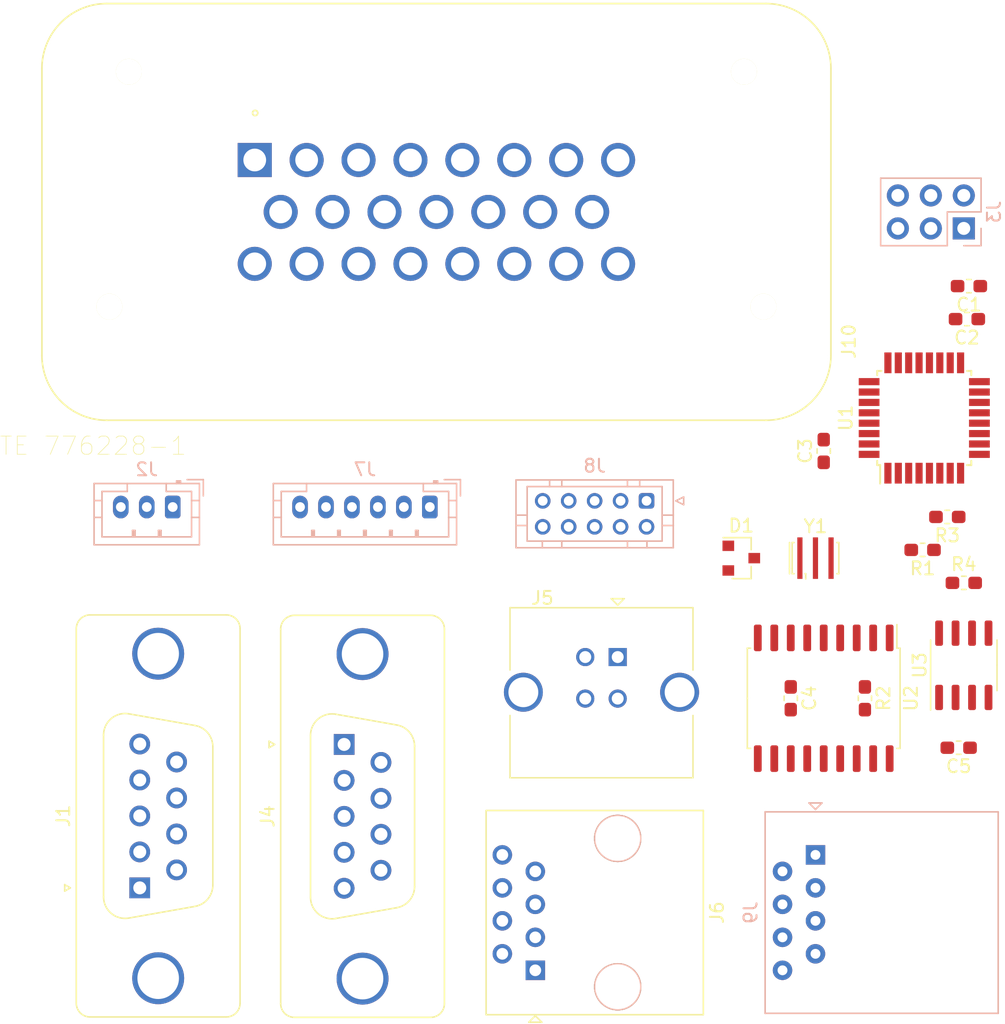
<source format=kicad_pcb>
(kicad_pcb (version 20171130) (host pcbnew 5.1.5-52549c5~84~ubuntu18.04.1)

  (general
    (thickness 1.6)
    (drawings 0)
    (tracks 0)
    (zones 0)
    (modules 24)
    (nets 46)
  )

  (page A4)
  (layers
    (0 F.Cu signal)
    (31 B.Cu signal)
    (32 B.Adhes user)
    (33 F.Adhes user)
    (34 B.Paste user)
    (35 F.Paste user)
    (36 B.SilkS user)
    (37 F.SilkS user)
    (38 B.Mask user)
    (39 F.Mask user)
    (40 Dwgs.User user)
    (41 Cmts.User user)
    (42 Eco1.User user)
    (43 Eco2.User user)
    (44 Edge.Cuts user)
    (45 Margin user)
    (46 B.CrtYd user)
    (47 F.CrtYd user)
    (48 B.Fab user hide)
    (49 F.Fab user hide)
  )

  (setup
    (last_trace_width 0.25)
    (trace_clearance 0.2)
    (zone_clearance 0.508)
    (zone_45_only no)
    (trace_min 0.2)
    (via_size 0.8)
    (via_drill 0.4)
    (via_min_size 0.4)
    (via_min_drill 0.3)
    (uvia_size 0.3)
    (uvia_drill 0.1)
    (uvias_allowed no)
    (uvia_min_size 0.2)
    (uvia_min_drill 0.1)
    (edge_width 0.1)
    (segment_width 0.2)
    (pcb_text_width 0.3)
    (pcb_text_size 1.5 1.5)
    (mod_edge_width 0.15)
    (mod_text_size 1 1)
    (mod_text_width 0.15)
    (pad_size 1.524 1.524)
    (pad_drill 0.762)
    (pad_to_mask_clearance 0)
    (aux_axis_origin 0 0)
    (visible_elements FFFFFF7F)
    (pcbplotparams
      (layerselection 0x010fc_ffffffff)
      (usegerberextensions false)
      (usegerberattributes false)
      (usegerberadvancedattributes false)
      (creategerberjobfile false)
      (excludeedgelayer true)
      (linewidth 0.100000)
      (plotframeref false)
      (viasonmask false)
      (mode 1)
      (useauxorigin false)
      (hpglpennumber 1)
      (hpglpenspeed 20)
      (hpglpendiameter 15.000000)
      (psnegative false)
      (psa4output false)
      (plotreference true)
      (plotvalue true)
      (plotinvisibletext false)
      (padsonsilk false)
      (subtractmaskfromsilk false)
      (outputformat 1)
      (mirror false)
      (drillshape 1)
      (scaleselection 1)
      (outputdirectory ""))
  )

  (net 0 "")
  (net 1 GND)
  (net 2 +5V)
  (net 3 "Net-(C3-Pad1)")
  (net 4 /BMS_USB+)
  (net 5 /BMS_USB-)
  (net 6 "Net-(J1-Pad0)")
  (net 7 /RESET)
  (net 8 /MOSI)
  (net 9 /SCK)
  (net 10 /MISO)
  (net 11 /RINEHART_TX)
  (net 12 /RINEHART_RX)
  (net 13 /BMS_USB_5V)
  (net 14 "Net-(J6-Pad8)")
  (net 15 "Net-(J6-Pad7)")
  (net 16 "Net-(J6-Pad6)")
  (net 17 "Net-(J6-Pad5)")
  (net 18 "Net-(J6-Pad4)")
  (net 19 "Net-(J6-Pad3)")
  (net 20 "Net-(J6-Pad2)")
  (net 21 "Net-(J6-Pad1)")
  (net 22 +12V)
  (net 23 /SCL)
  (net 24 /SDA)
  (net 25 /BMS_FAULT)
  (net 26 /CAN-)
  (net 27 /CAN+)
  (net 28 /Sensor_1)
  (net 29 /Sensor_2)
  (net 30 /Sensor_3)
  (net 31 /Sensor_4)
  (net 32 /Sensor_5)
  (net 33 /Sensor_6)
  (net 34 /Sensor_7)
  (net 35 /Sensor_8)
  (net 36 /Sensor_9)
  (net 37 /Sensor_10)
  (net 38 "Net-(R2-Pad2)")
  (net 39 /CAN_INT)
  (net 40 /CAN_CS)
  (net 41 /CLK)
  (net 42 "Net-(U2-Pad8)")
  (net 43 "Net-(U2-Pad7)")
  (net 44 /RXCAN)
  (net 45 /TXCAN)

  (net_class Default "This is the default net class."
    (clearance 0.2)
    (trace_width 0.25)
    (via_dia 0.8)
    (via_drill 0.4)
    (uvia_dia 0.3)
    (uvia_drill 0.1)
    (add_net +12V)
    (add_net +5V)
    (add_net /BMS_FAULT)
    (add_net /BMS_USB+)
    (add_net /BMS_USB-)
    (add_net /BMS_USB_5V)
    (add_net /BMS_USB_GND)
    (add_net /CAN+)
    (add_net /CAN-)
    (add_net /CAN_CS)
    (add_net /CAN_INT)
    (add_net /CLK)
    (add_net /EMUS_TX+)
    (add_net /EMUS_TX-)
    (add_net /IMU_TX+)
    (add_net /IMU_TX-)
    (add_net /MISO)
    (add_net /MOSI)
    (add_net /RESET)
    (add_net /RINEHART_RX)
    (add_net /RINEHART_TX)
    (add_net /RXCAN)
    (add_net /SCK)
    (add_net /SCL)
    (add_net /SDA)
    (add_net /Sensor_1)
    (add_net /Sensor_10)
    (add_net /Sensor_2)
    (add_net /Sensor_3)
    (add_net /Sensor_4)
    (add_net /Sensor_5)
    (add_net /Sensor_6)
    (add_net /Sensor_7)
    (add_net /Sensor_8)
    (add_net /Sensor_9)
    (add_net /TXCAN)
    (add_net GND)
    (add_net "Net-(C3-Pad1)")
    (add_net "Net-(J1-Pad0)")
    (add_net "Net-(J1-Pad1)")
    (add_net "Net-(J1-Pad2)")
    (add_net "Net-(J1-Pad3)")
    (add_net "Net-(J1-Pad4)")
    (add_net "Net-(J1-Pad5)")
    (add_net "Net-(J1-Pad6)")
    (add_net "Net-(J1-Pad7)")
    (add_net "Net-(J1-Pad8)")
    (add_net "Net-(J1-Pad9)")
    (add_net "Net-(J4-Pad2)")
    (add_net "Net-(J4-Pad5)")
    (add_net "Net-(J4-Pad6)")
    (add_net "Net-(J4-Pad7)")
    (add_net "Net-(J4-Pad8)")
    (add_net "Net-(J4-Pad9)")
    (add_net "Net-(J6-Pad1)")
    (add_net "Net-(J6-Pad2)")
    (add_net "Net-(J6-Pad3)")
    (add_net "Net-(J6-Pad4)")
    (add_net "Net-(J6-Pad5)")
    (add_net "Net-(J6-Pad6)")
    (add_net "Net-(J6-Pad7)")
    (add_net "Net-(J6-Pad8)")
    (add_net "Net-(J8-Pad10)")
    (add_net "Net-(R2-Pad2)")
    (add_net "Net-(U1-Pad19)")
    (add_net "Net-(U1-Pad22)")
    (add_net "Net-(U1-Pad26)")
    (add_net "Net-(U1-Pad30)")
    (add_net "Net-(U1-Pad31)")
    (add_net "Net-(U1-Pad8)")
    (add_net "Net-(U2-Pad10)")
    (add_net "Net-(U2-Pad11)")
    (add_net "Net-(U2-Pad4)")
    (add_net "Net-(U2-Pad5)")
    (add_net "Net-(U2-Pad6)")
    (add_net "Net-(U2-Pad7)")
    (add_net "Net-(U2-Pad8)")
    (add_net "Net-(U3-Pad5)")
  )

  (module Connector_USB:USB_B_TE_5787834_Vertical (layer F.Cu) (tedit 5A23F084) (tstamp 5E554D95)
    (at 143.51 88.265)
    (descr http://www.mouser.com/ds/2/418/NG_CD_5787834_A4-669110.pdf)
    (tags "USB_B USB B vertical female connector")
    (path /5E92F3A2)
    (fp_text reference J5 (at -5.8 -4.55) (layer F.SilkS)
      (effects (font (size 1 1) (thickness 0.15)))
    )
    (fp_text value USB_B (at -1.25 10.25) (layer F.Fab)
      (effects (font (size 1 1) (thickness 0.15)))
    )
    (fp_line (start 6.5 9.5) (end -9 9.5) (layer F.CrtYd) (width 0.05))
    (fp_line (start 6.5 9.5) (end 6.5 -4) (layer F.CrtYd) (width 0.05))
    (fp_line (start -9 -4) (end -9 9.5) (layer F.CrtYd) (width 0.05))
    (fp_line (start -9 -4) (end 6.5 -4) (layer F.CrtYd) (width 0.05))
    (fp_line (start -8.25 9.25) (end -8.25 -3.75) (layer F.Fab) (width 0.1))
    (fp_line (start 5.75 9.25) (end -8.25 9.25) (layer F.Fab) (width 0.1))
    (fp_line (start 5.75 -3) (end 5.75 9.25) (layer F.Fab) (width 0.1))
    (fp_line (start -8.25 -3.75) (end 5 -3.75) (layer F.Fab) (width 0.1))
    (fp_line (start 5 -3.75) (end 5.75 -3) (layer F.Fab) (width 0.1))
    (fp_line (start 0 -4) (end 0.5 -4.5) (layer F.SilkS) (width 0.12))
    (fp_line (start 0.5 -4.5) (end -0.5 -4.5) (layer F.SilkS) (width 0.12))
    (fp_line (start -0.5 -4.5) (end 0 -4) (layer F.SilkS) (width 0.12))
    (fp_line (start -8.3 -3.8) (end 5.8 -3.8) (layer F.SilkS) (width 0.12))
    (fp_line (start 5.8 -3.8) (end 5.8 1) (layer F.SilkS) (width 0.12))
    (fp_line (start 5.8 4.5) (end 5.8 9.3) (layer F.SilkS) (width 0.12))
    (fp_line (start 5.8 9.3) (end -8.3 9.3) (layer F.SilkS) (width 0.12))
    (fp_line (start -8.3 9.3) (end -8.3 4.5) (layer F.SilkS) (width 0.12))
    (fp_line (start -8.3 1) (end -8.3 -3.8) (layer F.SilkS) (width 0.12))
    (fp_text user %R (at -1.2 6.4) (layer F.Fab)
      (effects (font (size 1 1) (thickness 0.15)))
    )
    (pad 2 thru_hole circle (at -2.5 0) (size 1.4 1.4) (drill 0.92) (layers *.Cu *.Mask)
      (net 5 /BMS_USB-))
    (pad 5 thru_hole circle (at -7.27 2.71) (size 3 3) (drill 2.3) (layers *.Cu *.Mask)
      (net 1 GND))
    (pad 1 thru_hole rect (at 0 0) (size 1.4 1.4) (drill 0.92) (layers *.Cu *.Mask)
      (net 13 /BMS_USB_5V))
    (pad 3 thru_hole circle (at -2.5 3.2) (size 1.4 1.4) (drill 0.92) (layers *.Cu *.Mask)
      (net 4 /BMS_USB+))
    (pad 4 thru_hole circle (at 0 3.2) (size 1.4 1.4) (drill 0.92) (layers *.Cu *.Mask)
      (net 1 GND))
    (pad 5 thru_hole circle (at 4.77 2.71) (size 3 3) (drill 2.3) (layers *.Cu *.Mask)
      (net 1 GND))
    (model ${KISYS3DMOD}/Connector_USB.3dshapes/USB_B_TE_5787834_Vertical.wrl
      (at (xyz 0 0 0))
      (scale (xyz 1 1 1))
      (rotate (xyz 0 0 0))
    )
  )

  (module Connector_RJ:RJ45_OST_PJ012-8P8CX_Vertical (layer F.Cu) (tedit 5C214F77) (tstamp 5E54F20B)
    (at 137.16 112.395 90)
    (descr "RJ45 vertical connector http://www.on-shore.com/wp-content/uploads/2015/09/PJ012-8P8CX.pdf")
    (tags "RJ45 PJ012")
    (path /5E92F376)
    (fp_text reference J6 (at 4.45 14 90) (layer F.SilkS)
      (effects (font (size 1 1) (thickness 0.15)))
    )
    (fp_text value RJ45 (at 4.59 2.54 90) (layer F.Fab)
      (effects (font (size 1 1) (thickness 0.15)))
    )
    (fp_line (start -4 0.5) (end -3.5 0) (layer F.Fab) (width 0.12))
    (fp_line (start -4 -0.5) (end -4 0.5) (layer F.Fab) (width 0.12))
    (fp_line (start -3.5 0) (end -4 -0.5) (layer F.Fab) (width 0.12))
    (fp_line (start -4 0.5) (end -3.5 0) (layer F.SilkS) (width 0.12))
    (fp_line (start -4 -0.5) (end -4 0.5) (layer F.SilkS) (width 0.12))
    (fp_line (start -3.5 0) (end -4 -0.5) (layer F.SilkS) (width 0.12))
    (fp_line (start 12.3 -3.79) (end -3.42 -3.79) (layer F.SilkS) (width 0.12))
    (fp_line (start -3.42 -3.79) (end -3.42 12.95) (layer F.SilkS) (width 0.12))
    (fp_line (start -3.8 -4.17) (end 12.69 -4.17) (layer F.CrtYd) (width 0.05))
    (fp_line (start -3.8 -4.17) (end -3.8 13.33) (layer F.CrtYd) (width 0.05))
    (fp_line (start 12.31 -3.79) (end 12.31 12.95) (layer F.SilkS) (width 0.12))
    (fp_line (start 12.31 12.95) (end -3.42 12.95) (layer F.SilkS) (width 0.12))
    (fp_line (start 12.69 -4.17) (end 12.69 13.33) (layer F.CrtYd) (width 0.05))
    (fp_line (start -3.8 13.33) (end 12.69 13.33) (layer F.CrtYd) (width 0.05))
    (fp_text user %R (at 4.7 6.35 90) (layer F.Fab)
      (effects (font (size 1 1) (thickness 0.15)))
    )
    (fp_line (start 12.195 -3.67) (end -3.305 -3.67) (layer F.Fab) (width 0.1))
    (fp_line (start 12.195 -3.67) (end 12.195 12.83) (layer F.Fab) (width 0.1))
    (fp_line (start 12.195 12.83) (end -3.305 12.83) (layer F.Fab) (width 0.1))
    (fp_line (start -3.305 -3.67) (end -3.305 12.83) (layer F.Fab) (width 0.1))
    (pad "" np_thru_hole circle (at 10.16 6.35 90) (size 3.65 3.65) (drill 3.45) (layers *.Cu *.SilkS *.Mask))
    (pad "" np_thru_hole circle (at -1.27 6.35 90) (size 3.65 3.65) (drill 3.45) (layers *.Cu *.SilkS *.Mask))
    (pad 1 thru_hole rect (at 0 0 90) (size 1.5 1.5) (drill 0.9) (layers *.Cu *.Mask)
      (net 21 "Net-(J6-Pad1)"))
    (pad 2 thru_hole circle (at 1.27 -2.54 90) (size 1.5 1.5) (drill 0.9) (layers *.Cu *.Mask)
      (net 20 "Net-(J6-Pad2)"))
    (pad 3 thru_hole circle (at 2.54 0 90) (size 1.5 1.5) (drill 0.9) (layers *.Cu *.Mask)
      (net 19 "Net-(J6-Pad3)"))
    (pad 4 thru_hole circle (at 3.81 -2.54 90) (size 1.5 1.5) (drill 0.9) (layers *.Cu *.Mask)
      (net 18 "Net-(J6-Pad4)"))
    (pad 5 thru_hole circle (at 5.08 0 90) (size 1.5 1.5) (drill 0.9) (layers *.Cu *.Mask)
      (net 17 "Net-(J6-Pad5)"))
    (pad 6 thru_hole circle (at 6.35 -2.54 90) (size 1.5 1.5) (drill 0.9) (layers *.Cu *.Mask)
      (net 16 "Net-(J6-Pad6)"))
    (pad 7 thru_hole circle (at 7.62 0 90) (size 1.5 1.5) (drill 0.9) (layers *.Cu *.Mask)
      (net 15 "Net-(J6-Pad7)"))
    (pad 8 thru_hole circle (at 8.89 -2.54 90) (size 1.5 1.5) (drill 0.9) (layers *.Cu *.Mask)
      (net 14 "Net-(J6-Pad8)"))
    (model ${KISYS3DMOD}/Connector_RJ.3dshapes/RJ45_OST_PJ012-8P8CX_Vertical.wrl
      (at (xyz 0 0 0))
      (scale (xyz 1 1 1))
      (rotate (xyz 0 0 0))
    )
  )

  (module Crystal:Resonator_SMD_muRata_CSTxExxV-3Pin_3.0x1.1mm_HandSoldering (layer F.Cu) (tedit 5AD3593B) (tstamp 5E555A81)
    (at 158.75 80.645)
    (descr "SMD Resomator/Filter Murata CSTCE, https://www.murata.com/en-eu/products/productdata/8801162264606/SPEC-CSTNE16M0VH3C000R0.pdf")
    (tags "SMD SMT ceramic resonator filter")
    (path /5E390803)
    (attr smd)
    (fp_text reference Y1 (at 0 -2.45) (layer F.SilkS)
      (effects (font (size 1 1) (thickness 0.15)))
    )
    (fp_text value 16MHz (at 0 1.8) (layer F.Fab)
      (effects (font (size 0.2 0.2) (thickness 0.03)))
    )
    (fp_line (start 1.8 -1.2) (end 1.65 -1.2) (layer F.SilkS) (width 0.12))
    (fp_line (start 1.8 1.2) (end 1.65 1.2) (layer F.SilkS) (width 0.12))
    (fp_line (start -0.75 1.2) (end -0.8 1.2) (layer F.SilkS) (width 0.12))
    (fp_line (start -1.8 1.2) (end -1.65 1.2) (layer F.SilkS) (width 0.12))
    (fp_line (start -1.8 -1.2) (end -1.65 -1.2) (layer F.SilkS) (width 0.12))
    (fp_line (start -1.75 1.85) (end -1.75 -1.85) (layer F.CrtYd) (width 0.05))
    (fp_line (start 1.75 -1.85) (end 1.75 1.85) (layer F.CrtYd) (width 0.05))
    (fp_line (start -1.75 -1.85) (end 1.75 -1.85) (layer F.CrtYd) (width 0.05))
    (fp_line (start 1.75 1.85) (end -1.75 1.85) (layer F.CrtYd) (width 0.05))
    (fp_line (start -1.5 0.3) (end -1.5 -0.8) (layer F.Fab) (width 0.1))
    (fp_line (start -1 0.8) (end 1.5 0.8) (layer F.Fab) (width 0.1))
    (fp_line (start -1 0.8) (end -1.5 0.3) (layer F.Fab) (width 0.1))
    (fp_line (start 1.5 -0.8) (end -1.5 -0.8) (layer F.Fab) (width 0.1))
    (fp_line (start 1.5 0.8) (end 1.5 -0.8) (layer F.Fab) (width 0.1))
    (fp_line (start -2 0.8) (end -2 1.2) (layer F.SilkS) (width 0.12))
    (fp_line (start -1.8 0.8) (end -1.8 1.2) (layer F.SilkS) (width 0.12))
    (fp_line (start 1.8 0.8) (end 1.8 1.2) (layer F.SilkS) (width 0.12))
    (fp_line (start -2 -1.2) (end -2 0.8) (layer F.SilkS) (width 0.12))
    (fp_line (start -0.75 1.2) (end -0.75 1.6) (layer F.SilkS) (width 0.12))
    (fp_line (start -1.8 0.8) (end -1.8 -1.2) (layer F.SilkS) (width 0.12))
    (fp_line (start 1.8 -1.2) (end 1.8 0.8) (layer F.SilkS) (width 0.12))
    (fp_text user %R (at 0.1 -0.05) (layer F.Fab)
      (effects (font (size 0.6 0.6) (thickness 0.08)))
    )
    (pad 3 smd rect (at 1.2 0) (size 0.4 3.2) (layers F.Cu F.Paste F.Mask)
      (net 42 "Net-(U2-Pad8)"))
    (pad 2 smd rect (at 0 0) (size 0.4 3.2) (layers F.Cu F.Paste F.Mask)
      (net 1 GND))
    (pad 1 smd rect (at -1.2 0) (size 0.4 3.2) (layers F.Cu F.Paste F.Mask)
      (net 43 "Net-(U2-Pad7)"))
    (model ${KISYS3DMOD}/Crystal.3dshapes/Resonator_SMD_muRata_CSTxExxV-3Pin_3.0x1.1mm.wrl
      (at (xyz 0 0 0))
      (scale (xyz 1 1 1))
      (rotate (xyz 0 0 0))
    )
  )

  (module Package_SO:SOIC-8_3.9x4.9mm_P1.27mm (layer F.Cu) (tedit 5D9F72B1) (tstamp 5E54F38E)
    (at 170.18 88.9 90)
    (descr "SOIC, 8 Pin (JEDEC MS-012AA, https://www.analog.com/media/en/package-pcb-resources/package/pkg_pdf/soic_narrow-r/r_8.pdf), generated with kicad-footprint-generator ipc_gullwing_generator.py")
    (tags "SOIC SO")
    (path /5E391B78)
    (attr smd)
    (fp_text reference U3 (at 0 -3.4 90) (layer F.SilkS)
      (effects (font (size 1 1) (thickness 0.15)))
    )
    (fp_text value MCP2551-I-SN (at 0 3.4 90) (layer F.Fab)
      (effects (font (size 1 1) (thickness 0.15)))
    )
    (fp_text user %R (at 0 0 90) (layer F.Fab)
      (effects (font (size 0.98 0.98) (thickness 0.15)))
    )
    (fp_line (start 3.7 -2.7) (end -3.7 -2.7) (layer F.CrtYd) (width 0.05))
    (fp_line (start 3.7 2.7) (end 3.7 -2.7) (layer F.CrtYd) (width 0.05))
    (fp_line (start -3.7 2.7) (end 3.7 2.7) (layer F.CrtYd) (width 0.05))
    (fp_line (start -3.7 -2.7) (end -3.7 2.7) (layer F.CrtYd) (width 0.05))
    (fp_line (start -1.95 -1.475) (end -0.975 -2.45) (layer F.Fab) (width 0.1))
    (fp_line (start -1.95 2.45) (end -1.95 -1.475) (layer F.Fab) (width 0.1))
    (fp_line (start 1.95 2.45) (end -1.95 2.45) (layer F.Fab) (width 0.1))
    (fp_line (start 1.95 -2.45) (end 1.95 2.45) (layer F.Fab) (width 0.1))
    (fp_line (start -0.975 -2.45) (end 1.95 -2.45) (layer F.Fab) (width 0.1))
    (fp_line (start 0 -2.56) (end -3.45 -2.56) (layer F.SilkS) (width 0.12))
    (fp_line (start 0 -2.56) (end 1.95 -2.56) (layer F.SilkS) (width 0.12))
    (fp_line (start 0 2.56) (end -1.95 2.56) (layer F.SilkS) (width 0.12))
    (fp_line (start 0 2.56) (end 1.95 2.56) (layer F.SilkS) (width 0.12))
    (pad 8 smd roundrect (at 2.475 -1.905 90) (size 1.95 0.6) (layers F.Cu F.Paste F.Mask) (roundrect_rratio 0.25)
      (net 1 GND))
    (pad 7 smd roundrect (at 2.475 -0.635 90) (size 1.95 0.6) (layers F.Cu F.Paste F.Mask) (roundrect_rratio 0.25)
      (net 27 /CAN+))
    (pad 6 smd roundrect (at 2.475 0.635 90) (size 1.95 0.6) (layers F.Cu F.Paste F.Mask) (roundrect_rratio 0.25)
      (net 26 /CAN-))
    (pad 5 smd roundrect (at 2.475 1.905 90) (size 1.95 0.6) (layers F.Cu F.Paste F.Mask) (roundrect_rratio 0.25))
    (pad 4 smd roundrect (at -2.475 1.905 90) (size 1.95 0.6) (layers F.Cu F.Paste F.Mask) (roundrect_rratio 0.25)
      (net 44 /RXCAN))
    (pad 3 smd roundrect (at -2.475 0.635 90) (size 1.95 0.6) (layers F.Cu F.Paste F.Mask) (roundrect_rratio 0.25)
      (net 2 +5V))
    (pad 2 smd roundrect (at -2.475 -0.635 90) (size 1.95 0.6) (layers F.Cu F.Paste F.Mask) (roundrect_rratio 0.25)
      (net 1 GND))
    (pad 1 smd roundrect (at -2.475 -1.905 90) (size 1.95 0.6) (layers F.Cu F.Paste F.Mask) (roundrect_rratio 0.25)
      (net 45 /TXCAN))
    (model ${KISYS3DMOD}/Package_SO.3dshapes/SOIC-8_3.9x4.9mm_P1.27mm.wrl
      (at (xyz 0 0 0))
      (scale (xyz 1 1 1))
      (rotate (xyz 0 0 0))
    )
  )

  (module Package_SO:SOIC-18W_7.5x11.6mm_P1.27mm (layer F.Cu) (tedit 5D9F72B1) (tstamp 5E5557A1)
    (at 159.385 91.44 270)
    (descr "SOIC, 18 Pin (JEDEC MS-013AB, https://www.analog.com/media/en/package-pcb-resources/package/33254132129439rw_18.pdf), generated with kicad-footprint-generator ipc_gullwing_generator.py")
    (tags "SOIC SO")
    (path /5E38FEF2)
    (attr smd)
    (fp_text reference U2 (at 0 -6.72 90) (layer F.SilkS)
      (effects (font (size 1 1) (thickness 0.15)))
    )
    (fp_text value MCP2515-xSO (at 0 6.72 90) (layer F.Fab)
      (effects (font (size 1 1) (thickness 0.15)))
    )
    (fp_text user %R (at 0 0 90) (layer F.Fab)
      (effects (font (size 1 1) (thickness 0.15)))
    )
    (fp_line (start 5.93 -6.02) (end -5.93 -6.02) (layer F.CrtYd) (width 0.05))
    (fp_line (start 5.93 6.02) (end 5.93 -6.02) (layer F.CrtYd) (width 0.05))
    (fp_line (start -5.93 6.02) (end 5.93 6.02) (layer F.CrtYd) (width 0.05))
    (fp_line (start -5.93 -6.02) (end -5.93 6.02) (layer F.CrtYd) (width 0.05))
    (fp_line (start -3.75 -4.775) (end -2.75 -5.775) (layer F.Fab) (width 0.1))
    (fp_line (start -3.75 5.775) (end -3.75 -4.775) (layer F.Fab) (width 0.1))
    (fp_line (start 3.75 5.775) (end -3.75 5.775) (layer F.Fab) (width 0.1))
    (fp_line (start 3.75 -5.775) (end 3.75 5.775) (layer F.Fab) (width 0.1))
    (fp_line (start -2.75 -5.775) (end 3.75 -5.775) (layer F.Fab) (width 0.1))
    (fp_line (start -3.86 -5.64) (end -5.675 -5.64) (layer F.SilkS) (width 0.12))
    (fp_line (start -3.86 -5.885) (end -3.86 -5.64) (layer F.SilkS) (width 0.12))
    (fp_line (start 0 -5.885) (end -3.86 -5.885) (layer F.SilkS) (width 0.12))
    (fp_line (start 3.86 -5.885) (end 3.86 -5.64) (layer F.SilkS) (width 0.12))
    (fp_line (start 0 -5.885) (end 3.86 -5.885) (layer F.SilkS) (width 0.12))
    (fp_line (start -3.86 5.885) (end -3.86 5.64) (layer F.SilkS) (width 0.12))
    (fp_line (start 0 5.885) (end -3.86 5.885) (layer F.SilkS) (width 0.12))
    (fp_line (start 3.86 5.885) (end 3.86 5.64) (layer F.SilkS) (width 0.12))
    (fp_line (start 0 5.885) (end 3.86 5.885) (layer F.SilkS) (width 0.12))
    (pad 18 smd roundrect (at 4.65 -5.08 270) (size 2.05 0.6) (layers F.Cu F.Paste F.Mask) (roundrect_rratio 0.25)
      (net 2 +5V))
    (pad 17 smd roundrect (at 4.65 -3.81 270) (size 2.05 0.6) (layers F.Cu F.Paste F.Mask) (roundrect_rratio 0.25)
      (net 38 "Net-(R2-Pad2)"))
    (pad 16 smd roundrect (at 4.65 -2.54 270) (size 2.05 0.6) (layers F.Cu F.Paste F.Mask) (roundrect_rratio 0.25)
      (net 40 /CAN_CS))
    (pad 15 smd roundrect (at 4.65 -1.27 270) (size 2.05 0.6) (layers F.Cu F.Paste F.Mask) (roundrect_rratio 0.25)
      (net 10 /MISO))
    (pad 14 smd roundrect (at 4.65 0 270) (size 2.05 0.6) (layers F.Cu F.Paste F.Mask) (roundrect_rratio 0.25)
      (net 8 /MOSI))
    (pad 13 smd roundrect (at 4.65 1.27 270) (size 2.05 0.6) (layers F.Cu F.Paste F.Mask) (roundrect_rratio 0.25)
      (net 9 /SCK))
    (pad 12 smd roundrect (at 4.65 2.54 270) (size 2.05 0.6) (layers F.Cu F.Paste F.Mask) (roundrect_rratio 0.25)
      (net 39 /CAN_INT))
    (pad 11 smd roundrect (at 4.65 3.81 270) (size 2.05 0.6) (layers F.Cu F.Paste F.Mask) (roundrect_rratio 0.25))
    (pad 10 smd roundrect (at 4.65 5.08 270) (size 2.05 0.6) (layers F.Cu F.Paste F.Mask) (roundrect_rratio 0.25))
    (pad 9 smd roundrect (at -4.65 5.08 270) (size 2.05 0.6) (layers F.Cu F.Paste F.Mask) (roundrect_rratio 0.25)
      (net 1 GND))
    (pad 8 smd roundrect (at -4.65 3.81 270) (size 2.05 0.6) (layers F.Cu F.Paste F.Mask) (roundrect_rratio 0.25)
      (net 42 "Net-(U2-Pad8)"))
    (pad 7 smd roundrect (at -4.65 2.54 270) (size 2.05 0.6) (layers F.Cu F.Paste F.Mask) (roundrect_rratio 0.25)
      (net 43 "Net-(U2-Pad7)"))
    (pad 6 smd roundrect (at -4.65 1.27 270) (size 2.05 0.6) (layers F.Cu F.Paste F.Mask) (roundrect_rratio 0.25))
    (pad 5 smd roundrect (at -4.65 0 270) (size 2.05 0.6) (layers F.Cu F.Paste F.Mask) (roundrect_rratio 0.25))
    (pad 4 smd roundrect (at -4.65 -1.27 270) (size 2.05 0.6) (layers F.Cu F.Paste F.Mask) (roundrect_rratio 0.25))
    (pad 3 smd roundrect (at -4.65 -2.54 270) (size 2.05 0.6) (layers F.Cu F.Paste F.Mask) (roundrect_rratio 0.25)
      (net 41 /CLK))
    (pad 2 smd roundrect (at -4.65 -3.81 270) (size 2.05 0.6) (layers F.Cu F.Paste F.Mask) (roundrect_rratio 0.25)
      (net 44 /RXCAN))
    (pad 1 smd roundrect (at -4.65 -5.08 270) (size 2.05 0.6) (layers F.Cu F.Paste F.Mask) (roundrect_rratio 0.25)
      (net 45 /TXCAN))
    (model ${KISYS3DMOD}/Package_SO.3dshapes/SOIC-18W_7.5x11.6mm_P1.27mm.wrl
      (at (xyz 0 0 0))
      (scale (xyz 1 1 1))
      (rotate (xyz 0 0 0))
    )
  )

  (module Package_QFP:TQFP-32_7x7mm_P0.8mm (layer F.Cu) (tedit 5A02F146) (tstamp 5E55555E)
    (at 167.132 69.85 90)
    (descr "32-Lead Plastic Thin Quad Flatpack (PT) - 7x7x1.0 mm Body, 2.00 mm [TQFP] (see Microchip Packaging Specification 00000049BS.pdf)")
    (tags "QFP 0.8")
    (path /5E386332)
    (attr smd)
    (fp_text reference U1 (at 0 -6.05 90) (layer F.SilkS)
      (effects (font (size 1 1) (thickness 0.15)))
    )
    (fp_text value ATmega328P-AU (at 0 6.05 90) (layer F.Fab)
      (effects (font (size 1 1) (thickness 0.15)))
    )
    (fp_line (start -3.625 -3.4) (end -5.05 -3.4) (layer F.SilkS) (width 0.15))
    (fp_line (start 3.625 -3.625) (end 3.3 -3.625) (layer F.SilkS) (width 0.15))
    (fp_line (start 3.625 3.625) (end 3.3 3.625) (layer F.SilkS) (width 0.15))
    (fp_line (start -3.625 3.625) (end -3.3 3.625) (layer F.SilkS) (width 0.15))
    (fp_line (start -3.625 -3.625) (end -3.3 -3.625) (layer F.SilkS) (width 0.15))
    (fp_line (start -3.625 3.625) (end -3.625 3.3) (layer F.SilkS) (width 0.15))
    (fp_line (start 3.625 3.625) (end 3.625 3.3) (layer F.SilkS) (width 0.15))
    (fp_line (start 3.625 -3.625) (end 3.625 -3.3) (layer F.SilkS) (width 0.15))
    (fp_line (start -3.625 -3.625) (end -3.625 -3.4) (layer F.SilkS) (width 0.15))
    (fp_line (start -5.3 5.3) (end 5.3 5.3) (layer F.CrtYd) (width 0.05))
    (fp_line (start -5.3 -5.3) (end 5.3 -5.3) (layer F.CrtYd) (width 0.05))
    (fp_line (start 5.3 -5.3) (end 5.3 5.3) (layer F.CrtYd) (width 0.05))
    (fp_line (start -5.3 -5.3) (end -5.3 5.3) (layer F.CrtYd) (width 0.05))
    (fp_line (start -3.5 -2.5) (end -2.5 -3.5) (layer F.Fab) (width 0.15))
    (fp_line (start -3.5 3.5) (end -3.5 -2.5) (layer F.Fab) (width 0.15))
    (fp_line (start 3.5 3.5) (end -3.5 3.5) (layer F.Fab) (width 0.15))
    (fp_line (start 3.5 -3.5) (end 3.5 3.5) (layer F.Fab) (width 0.15))
    (fp_line (start -2.5 -3.5) (end 3.5 -3.5) (layer F.Fab) (width 0.15))
    (fp_text user %R (at 0 0 90) (layer F.Fab)
      (effects (font (size 1 1) (thickness 0.15)))
    )
    (pad 32 smd rect (at -2.8 -4.25 180) (size 1.6 0.55) (layers F.Cu F.Paste F.Mask)
      (net 39 /CAN_INT))
    (pad 31 smd rect (at -2 -4.25 180) (size 1.6 0.55) (layers F.Cu F.Paste F.Mask))
    (pad 30 smd rect (at -1.2 -4.25 180) (size 1.6 0.55) (layers F.Cu F.Paste F.Mask))
    (pad 29 smd rect (at -0.4 -4.25 180) (size 1.6 0.55) (layers F.Cu F.Paste F.Mask)
      (net 7 /RESET))
    (pad 28 smd rect (at 0.4 -4.25 180) (size 1.6 0.55) (layers F.Cu F.Paste F.Mask)
      (net 23 /SCL))
    (pad 27 smd rect (at 1.2 -4.25 180) (size 1.6 0.55) (layers F.Cu F.Paste F.Mask)
      (net 24 /SDA))
    (pad 26 smd rect (at 2 -4.25 180) (size 1.6 0.55) (layers F.Cu F.Paste F.Mask))
    (pad 25 smd rect (at 2.8 -4.25 180) (size 1.6 0.55) (layers F.Cu F.Paste F.Mask)
      (net 37 /Sensor_10))
    (pad 24 smd rect (at 4.25 -2.8 90) (size 1.6 0.55) (layers F.Cu F.Paste F.Mask)
      (net 36 /Sensor_9))
    (pad 23 smd rect (at 4.25 -2 90) (size 1.6 0.55) (layers F.Cu F.Paste F.Mask)
      (net 35 /Sensor_8))
    (pad 22 smd rect (at 4.25 -1.2 90) (size 1.6 0.55) (layers F.Cu F.Paste F.Mask))
    (pad 21 smd rect (at 4.25 -0.4 90) (size 1.6 0.55) (layers F.Cu F.Paste F.Mask)
      (net 1 GND))
    (pad 20 smd rect (at 4.25 0.4 90) (size 1.6 0.55) (layers F.Cu F.Paste F.Mask)
      (net 3 "Net-(C3-Pad1)"))
    (pad 19 smd rect (at 4.25 1.2 90) (size 1.6 0.55) (layers F.Cu F.Paste F.Mask))
    (pad 18 smd rect (at 4.25 2 90) (size 1.6 0.55) (layers F.Cu F.Paste F.Mask)
      (net 2 +5V))
    (pad 17 smd rect (at 4.25 2.8 90) (size 1.6 0.55) (layers F.Cu F.Paste F.Mask)
      (net 9 /SCK))
    (pad 16 smd rect (at 2.8 4.25 180) (size 1.6 0.55) (layers F.Cu F.Paste F.Mask)
      (net 10 /MISO))
    (pad 15 smd rect (at 2 4.25 180) (size 1.6 0.55) (layers F.Cu F.Paste F.Mask)
      (net 8 /MOSI))
    (pad 14 smd rect (at 1.2 4.25 180) (size 1.6 0.55) (layers F.Cu F.Paste F.Mask)
      (net 34 /Sensor_7))
    (pad 13 smd rect (at 0.4 4.25 180) (size 1.6 0.55) (layers F.Cu F.Paste F.Mask)
      (net 33 /Sensor_6))
    (pad 12 smd rect (at -0.4 4.25 180) (size 1.6 0.55) (layers F.Cu F.Paste F.Mask)
      (net 32 /Sensor_5))
    (pad 11 smd rect (at -1.2 4.25 180) (size 1.6 0.55) (layers F.Cu F.Paste F.Mask)
      (net 31 /Sensor_4))
    (pad 10 smd rect (at -2 4.25 180) (size 1.6 0.55) (layers F.Cu F.Paste F.Mask)
      (net 30 /Sensor_3))
    (pad 9 smd rect (at -2.8 4.25 180) (size 1.6 0.55) (layers F.Cu F.Paste F.Mask)
      (net 40 /CAN_CS))
    (pad 8 smd rect (at -4.25 2.8 90) (size 1.6 0.55) (layers F.Cu F.Paste F.Mask))
    (pad 7 smd rect (at -4.25 2 90) (size 1.6 0.55) (layers F.Cu F.Paste F.Mask)
      (net 41 /CLK))
    (pad 6 smd rect (at -4.25 1.2 90) (size 1.6 0.55) (layers F.Cu F.Paste F.Mask)
      (net 2 +5V))
    (pad 5 smd rect (at -4.25 0.4 90) (size 1.6 0.55) (layers F.Cu F.Paste F.Mask)
      (net 1 GND))
    (pad 4 smd rect (at -4.25 -0.4 90) (size 1.6 0.55) (layers F.Cu F.Paste F.Mask)
      (net 2 +5V))
    (pad 3 smd rect (at -4.25 -1.2 90) (size 1.6 0.55) (layers F.Cu F.Paste F.Mask)
      (net 1 GND))
    (pad 2 smd rect (at -4.25 -2 90) (size 1.6 0.55) (layers F.Cu F.Paste F.Mask)
      (net 29 /Sensor_2))
    (pad 1 smd rect (at -4.25 -2.8 90) (size 1.6 0.55) (layers F.Cu F.Paste F.Mask)
      (net 28 /Sensor_1))
    (model ${KISYS3DMOD}/Package_QFP.3dshapes/TQFP-32_7x7mm_P0.8mm.wrl
      (at (xyz 0 0 0))
      (scale (xyz 1 1 1))
      (rotate (xyz 0 0 0))
    )
  )

  (module Resistor_SMD:R_0603_1608Metric_Pad1.05x0.95mm_HandSolder (layer F.Cu) (tedit 5B301BBD) (tstamp 5E54F314)
    (at 170.18 82.55)
    (descr "Resistor SMD 0603 (1608 Metric), square (rectangular) end terminal, IPC_7351 nominal with elongated pad for handsoldering. (Body size source: http://www.tortai-tech.com/upload/download/2011102023233369053.pdf), generated with kicad-footprint-generator")
    (tags "resistor handsolder")
    (path /5E3AF9C1)
    (attr smd)
    (fp_text reference R4 (at 0 -1.43) (layer F.SilkS)
      (effects (font (size 1 1) (thickness 0.15)))
    )
    (fp_text value 120 (at 0 1.43) (layer F.Fab)
      (effects (font (size 1 1) (thickness 0.15)))
    )
    (fp_text user %R (at 0 0) (layer F.Fab)
      (effects (font (size 0.4 0.4) (thickness 0.06)))
    )
    (fp_line (start 1.65 0.73) (end -1.65 0.73) (layer F.CrtYd) (width 0.05))
    (fp_line (start 1.65 -0.73) (end 1.65 0.73) (layer F.CrtYd) (width 0.05))
    (fp_line (start -1.65 -0.73) (end 1.65 -0.73) (layer F.CrtYd) (width 0.05))
    (fp_line (start -1.65 0.73) (end -1.65 -0.73) (layer F.CrtYd) (width 0.05))
    (fp_line (start -0.171267 0.51) (end 0.171267 0.51) (layer F.SilkS) (width 0.12))
    (fp_line (start -0.171267 -0.51) (end 0.171267 -0.51) (layer F.SilkS) (width 0.12))
    (fp_line (start 0.8 0.4) (end -0.8 0.4) (layer F.Fab) (width 0.1))
    (fp_line (start 0.8 -0.4) (end 0.8 0.4) (layer F.Fab) (width 0.1))
    (fp_line (start -0.8 -0.4) (end 0.8 -0.4) (layer F.Fab) (width 0.1))
    (fp_line (start -0.8 0.4) (end -0.8 -0.4) (layer F.Fab) (width 0.1))
    (pad 2 smd roundrect (at 0.875 0) (size 1.05 0.95) (layers F.Cu F.Paste F.Mask) (roundrect_rratio 0.25)
      (net 26 /CAN-))
    (pad 1 smd roundrect (at -0.875 0) (size 1.05 0.95) (layers F.Cu F.Paste F.Mask) (roundrect_rratio 0.25)
      (net 27 /CAN+))
    (model ${KISYS3DMOD}/Resistor_SMD.3dshapes/R_0603_1608Metric.wrl
      (at (xyz 0 0 0))
      (scale (xyz 1 1 1))
      (rotate (xyz 0 0 0))
    )
  )

  (module Resistor_SMD:R_0603_1608Metric_Pad1.05x0.95mm_HandSolder (layer F.Cu) (tedit 5B301BBD) (tstamp 5E54F303)
    (at 168.91 77.47 180)
    (descr "Resistor SMD 0603 (1608 Metric), square (rectangular) end terminal, IPC_7351 nominal with elongated pad for handsoldering. (Body size source: http://www.tortai-tech.com/upload/download/2011102023233369053.pdf), generated with kicad-footprint-generator")
    (tags "resistor handsolder")
    (path /5E55F3A2)
    (attr smd)
    (fp_text reference R3 (at 0 -1.43) (layer F.SilkS)
      (effects (font (size 1 1) (thickness 0.15)))
    )
    (fp_text value 2.2k (at 0 1.43) (layer F.Fab)
      (effects (font (size 1 1) (thickness 0.15)))
    )
    (fp_text user %R (at 0 0) (layer F.Fab)
      (effects (font (size 0.4 0.4) (thickness 0.06)))
    )
    (fp_line (start 1.65 0.73) (end -1.65 0.73) (layer F.CrtYd) (width 0.05))
    (fp_line (start 1.65 -0.73) (end 1.65 0.73) (layer F.CrtYd) (width 0.05))
    (fp_line (start -1.65 -0.73) (end 1.65 -0.73) (layer F.CrtYd) (width 0.05))
    (fp_line (start -1.65 0.73) (end -1.65 -0.73) (layer F.CrtYd) (width 0.05))
    (fp_line (start -0.171267 0.51) (end 0.171267 0.51) (layer F.SilkS) (width 0.12))
    (fp_line (start -0.171267 -0.51) (end 0.171267 -0.51) (layer F.SilkS) (width 0.12))
    (fp_line (start 0.8 0.4) (end -0.8 0.4) (layer F.Fab) (width 0.1))
    (fp_line (start 0.8 -0.4) (end 0.8 0.4) (layer F.Fab) (width 0.1))
    (fp_line (start -0.8 -0.4) (end 0.8 -0.4) (layer F.Fab) (width 0.1))
    (fp_line (start -0.8 0.4) (end -0.8 -0.4) (layer F.Fab) (width 0.1))
    (pad 2 smd roundrect (at 0.875 0 180) (size 1.05 0.95) (layers F.Cu F.Paste F.Mask) (roundrect_rratio 0.25)
      (net 23 /SCL))
    (pad 1 smd roundrect (at -0.875 0 180) (size 1.05 0.95) (layers F.Cu F.Paste F.Mask) (roundrect_rratio 0.25)
      (net 2 +5V))
    (model ${KISYS3DMOD}/Resistor_SMD.3dshapes/R_0603_1608Metric.wrl
      (at (xyz 0 0 0))
      (scale (xyz 1 1 1))
      (rotate (xyz 0 0 0))
    )
  )

  (module Resistor_SMD:R_0603_1608Metric_Pad1.05x0.95mm_HandSolder (layer F.Cu) (tedit 5B301BBD) (tstamp 5E54F2F2)
    (at 162.56 91.44 270)
    (descr "Resistor SMD 0603 (1608 Metric), square (rectangular) end terminal, IPC_7351 nominal with elongated pad for handsoldering. (Body size source: http://www.tortai-tech.com/upload/download/2011102023233369053.pdf), generated with kicad-footprint-generator")
    (tags "resistor handsolder")
    (path /5E3A7D6D)
    (attr smd)
    (fp_text reference R2 (at 0 -1.43 90) (layer F.SilkS)
      (effects (font (size 1 1) (thickness 0.15)))
    )
    (fp_text value 10k (at 0 1.43 90) (layer F.Fab)
      (effects (font (size 1 1) (thickness 0.15)))
    )
    (fp_text user %R (at 0 0 90) (layer F.Fab)
      (effects (font (size 0.4 0.4) (thickness 0.06)))
    )
    (fp_line (start 1.65 0.73) (end -1.65 0.73) (layer F.CrtYd) (width 0.05))
    (fp_line (start 1.65 -0.73) (end 1.65 0.73) (layer F.CrtYd) (width 0.05))
    (fp_line (start -1.65 -0.73) (end 1.65 -0.73) (layer F.CrtYd) (width 0.05))
    (fp_line (start -1.65 0.73) (end -1.65 -0.73) (layer F.CrtYd) (width 0.05))
    (fp_line (start -0.171267 0.51) (end 0.171267 0.51) (layer F.SilkS) (width 0.12))
    (fp_line (start -0.171267 -0.51) (end 0.171267 -0.51) (layer F.SilkS) (width 0.12))
    (fp_line (start 0.8 0.4) (end -0.8 0.4) (layer F.Fab) (width 0.1))
    (fp_line (start 0.8 -0.4) (end 0.8 0.4) (layer F.Fab) (width 0.1))
    (fp_line (start -0.8 -0.4) (end 0.8 -0.4) (layer F.Fab) (width 0.1))
    (fp_line (start -0.8 0.4) (end -0.8 -0.4) (layer F.Fab) (width 0.1))
    (pad 2 smd roundrect (at 0.875 0 270) (size 1.05 0.95) (layers F.Cu F.Paste F.Mask) (roundrect_rratio 0.25)
      (net 38 "Net-(R2-Pad2)"))
    (pad 1 smd roundrect (at -0.875 0 270) (size 1.05 0.95) (layers F.Cu F.Paste F.Mask) (roundrect_rratio 0.25)
      (net 2 +5V))
    (model ${KISYS3DMOD}/Resistor_SMD.3dshapes/R_0603_1608Metric.wrl
      (at (xyz 0 0 0))
      (scale (xyz 1 1 1))
      (rotate (xyz 0 0 0))
    )
  )

  (module Resistor_SMD:R_0603_1608Metric_Pad1.05x0.95mm_HandSolder (layer F.Cu) (tedit 5B301BBD) (tstamp 5E54F2E1)
    (at 167.005 80.01 180)
    (descr "Resistor SMD 0603 (1608 Metric), square (rectangular) end terminal, IPC_7351 nominal with elongated pad for handsoldering. (Body size source: http://www.tortai-tech.com/upload/download/2011102023233369053.pdf), generated with kicad-footprint-generator")
    (tags "resistor handsolder")
    (path /5E55ED38)
    (attr smd)
    (fp_text reference R1 (at 0 -1.43) (layer F.SilkS)
      (effects (font (size 1 1) (thickness 0.15)))
    )
    (fp_text value 2.2k (at 0 1.43) (layer F.Fab)
      (effects (font (size 1 1) (thickness 0.15)))
    )
    (fp_text user %R (at 0 0) (layer F.Fab)
      (effects (font (size 0.4 0.4) (thickness 0.06)))
    )
    (fp_line (start 1.65 0.73) (end -1.65 0.73) (layer F.CrtYd) (width 0.05))
    (fp_line (start 1.65 -0.73) (end 1.65 0.73) (layer F.CrtYd) (width 0.05))
    (fp_line (start -1.65 -0.73) (end 1.65 -0.73) (layer F.CrtYd) (width 0.05))
    (fp_line (start -1.65 0.73) (end -1.65 -0.73) (layer F.CrtYd) (width 0.05))
    (fp_line (start -0.171267 0.51) (end 0.171267 0.51) (layer F.SilkS) (width 0.12))
    (fp_line (start -0.171267 -0.51) (end 0.171267 -0.51) (layer F.SilkS) (width 0.12))
    (fp_line (start 0.8 0.4) (end -0.8 0.4) (layer F.Fab) (width 0.1))
    (fp_line (start 0.8 -0.4) (end 0.8 0.4) (layer F.Fab) (width 0.1))
    (fp_line (start -0.8 -0.4) (end 0.8 -0.4) (layer F.Fab) (width 0.1))
    (fp_line (start -0.8 0.4) (end -0.8 -0.4) (layer F.Fab) (width 0.1))
    (pad 2 smd roundrect (at 0.875 0 180) (size 1.05 0.95) (layers F.Cu F.Paste F.Mask) (roundrect_rratio 0.25)
      (net 24 /SDA))
    (pad 1 smd roundrect (at -0.875 0 180) (size 1.05 0.95) (layers F.Cu F.Paste F.Mask) (roundrect_rratio 0.25)
      (net 2 +5V))
    (model ${KISYS3DMOD}/Resistor_SMD.3dshapes/R_0603_1608Metric.wrl
      (at (xyz 0 0 0))
      (scale (xyz 1 1 1))
      (rotate (xyz 0 0 0))
    )
  )

  (module AERO_CUSTOM:TE_1-776200-1_23pin_Vertical (layer F.Cu) (tedit 5CA75900) (tstamp 5E54F2D0)
    (at 129.54 53.975)
    (path /5E5779A1)
    (fp_text reference J10 (at 31.78 9.97 90) (layer F.SilkS)
      (effects (font (size 1 1) (thickness 0.15)))
    )
    (fp_text value "TE 776228-1" (at -26.4509 18.0258) (layer F.SilkS)
      (effects (font (size 1.4021 1.4021) (thickness 0.05)))
    )
    (fp_circle (center -13.97 -7.62) (end -13.77 -7.62) (layer F.SilkS) (width 0.127))
    (fp_line (start -30.4 -11.05) (end -30.4 11.05) (layer Eco2.User) (width 0.127))
    (fp_arc (start -25.4 11.05) (end -25.4 16.05) (angle 90) (layer Eco2.User) (width 0.127))
    (fp_line (start -25.4 16.05) (end 25.4 16.05) (layer Eco2.User) (width 0.127))
    (fp_arc (start 25.4 11.05) (end 30.4 11.05) (angle 90) (layer Eco2.User) (width 0.127))
    (fp_line (start 30.4 11.05) (end 30.4 -11.05) (layer Eco2.User) (width 0.127))
    (fp_arc (start 25.4 -11.05) (end 25.4 -16.05) (angle 90) (layer Eco2.User) (width 0.127))
    (fp_line (start 25.4 -16.05) (end -25.4 -16.05) (layer Eco2.User) (width 0.127))
    (fp_arc (start -25.4 -11.05) (end -30.4 -11.05) (angle 90) (layer Eco2.User) (width 0.127))
    (fp_line (start -30.4 -11.05) (end -30.4 11.05) (layer F.SilkS) (width 0.127))
    (fp_arc (start -25.4 11.05) (end -25.4 16.05) (angle 90) (layer F.SilkS) (width 0.127))
    (fp_line (start -25.4 16.05) (end 25.4 16.05) (layer F.SilkS) (width 0.127))
    (fp_arc (start 25.4 11.05) (end 30.4 11.05) (angle 90) (layer F.SilkS) (width 0.127))
    (fp_line (start 30.4 11.05) (end 30.4 -11.05) (layer F.SilkS) (width 0.127))
    (fp_arc (start 25.4 -11.05) (end 25.4 -16.05) (angle 90) (layer F.SilkS) (width 0.127))
    (fp_line (start 25.4 -16.05) (end -25.4 -16.05) (layer F.SilkS) (width 0.127))
    (fp_arc (start -25.4 -11.05) (end -30.4 -11.05) (angle 90) (layer F.SilkS) (width 0.127))
    (fp_line (start -30.65 -11.3) (end -30.65 11.3) (layer Eco1.User) (width 0.05))
    (fp_arc (start -25.65 11.3) (end -25.65 16.3) (angle 90) (layer Eco1.User) (width 0.05))
    (fp_line (start -25.65 16.3) (end 25.65 16.3) (layer Eco1.User) (width 0.05))
    (fp_arc (start 25.65 11.3) (end 30.65 11.3) (angle 90) (layer Eco1.User) (width 0.05))
    (fp_line (start 30.65 11.3) (end 30.65 -11.3) (layer Eco1.User) (width 0.05))
    (fp_arc (start 25.65 -11.3) (end 25.65 -16.3) (angle 90) (layer Eco1.User) (width 0.05))
    (fp_line (start 25.65 -16.3) (end -25.65 -16.3) (layer Eco1.User) (width 0.05))
    (fp_arc (start -25.65 -11.3) (end -30.65 -11.3) (angle 90) (layer Eco1.User) (width 0.05))
    (pad Hole np_thru_hole circle (at -23.7 -10.8) (size 2 2) (drill 2) (layers *.Cu *.Mask F.SilkS))
    (pad 1 thru_hole rect (at -14 -4) (size 2.625 2.625) (drill 1.75) (layers *.Cu *.Mask))
    (pad 2 thru_hole circle (at -10 -4) (size 2.625 2.625) (drill 1.75) (layers *.Cu *.Mask)
      (net 1 GND))
    (pad 3 thru_hole circle (at -6 -4) (size 2.625 2.625) (drill 1.75) (layers *.Cu *.Mask)
      (net 1 GND))
    (pad 4 thru_hole circle (at -2 -4) (size 2.625 2.625) (drill 1.75) (layers *.Cu *.Mask)
      (net 1 GND))
    (pad 5 thru_hole circle (at 2 -4) (size 2.625 2.625) (drill 1.75) (layers *.Cu *.Mask)
      (net 1 GND))
    (pad 6 thru_hole circle (at 6 -4) (size 2.625 2.625) (drill 1.75) (layers *.Cu *.Mask)
      (net 31 /Sensor_4))
    (pad 7 thru_hole circle (at 10 -4) (size 2.625 2.625) (drill 1.75) (layers *.Cu *.Mask)
      (net 34 /Sensor_7))
    (pad 8 thru_hole circle (at 14 -4) (size 2.625 2.625) (drill 1.75) (layers *.Cu *.Mask)
      (net 35 /Sensor_8))
    (pad 9 thru_hole circle (at -12 0) (size 2.625 2.625) (drill 1.75) (layers *.Cu *.Mask))
    (pad 10 thru_hole circle (at -8 0) (size 2.625 2.625) (drill 1.75) (layers *.Cu *.Mask)
      (net 25 /BMS_FAULT))
    (pad 11 thru_hole circle (at -4 0) (size 2.625 2.625) (drill 1.75) (layers *.Cu *.Mask)
      (net 26 /CAN-))
    (pad 12 thru_hole circle (at 0 0) (size 2.625 2.625) (drill 1.75) (layers *.Cu *.Mask)
      (net 27 /CAN+))
    (pad 13 thru_hole circle (at 4 0) (size 2.625 2.625) (drill 1.75) (layers *.Cu *.Mask)
      (net 30 /Sensor_3))
    (pad 14 thru_hole circle (at 8 0) (size 2.625 2.625) (drill 1.75) (layers *.Cu *.Mask)
      (net 33 /Sensor_6))
    (pad 15 thru_hole circle (at 12 0) (size 2.625 2.625) (drill 1.75) (layers *.Cu *.Mask)
      (net 36 /Sensor_9))
    (pad 16 thru_hole circle (at -14 4) (size 2.625 2.625) (drill 1.75) (layers *.Cu *.Mask)
      (net 11 /RINEHART_TX))
    (pad 17 thru_hole circle (at -10 4) (size 2.625 2.625) (drill 1.75) (layers *.Cu *.Mask)
      (net 12 /RINEHART_RX))
    (pad 18 thru_hole circle (at -6 4) (size 2.625 2.625) (drill 1.75) (layers *.Cu *.Mask)
      (net 26 /CAN-))
    (pad 19 thru_hole circle (at -2 4) (size 2.625 2.625) (drill 1.75) (layers *.Cu *.Mask)
      (net 27 /CAN+))
    (pad 20 thru_hole circle (at 2 4) (size 2.625 2.625) (drill 1.75) (layers *.Cu *.Mask)
      (net 28 /Sensor_1))
    (pad 21 thru_hole circle (at 6 4) (size 2.625 2.625) (drill 1.75) (layers *.Cu *.Mask)
      (net 29 /Sensor_2))
    (pad 22 thru_hole circle (at 10 4) (size 2.625 2.625) (drill 1.75) (layers *.Cu *.Mask)
      (net 32 /Sensor_5))
    (pad 23 thru_hole circle (at 14 4) (size 2.625 2.625) (drill 1.75) (layers *.Cu *.Mask)
      (net 37 /Sensor_10))
    (pad Hole np_thru_hole circle (at 23.7 -10.8) (size 2 2) (drill 2) (layers *.Cu *.Mask F.SilkS))
    (pad Hole np_thru_hole circle (at -25.2 7.3) (size 2 2) (drill 2) (layers *.Cu *.Mask F.SilkS))
    (pad Hole np_thru_hole circle (at 25.2 7.3) (size 2 2) (drill 2) (layers *.Cu *.Mask F.SilkS))
    (model "C:/Users/Willem Hillier/Documents/Kicad Libraries/Connector_TE-AMPSEAL.pretty/3d/c-776200-1-d3-3d.stp"
      (offset (xyz 0 0 34.28999948501587))
      (scale (xyz 1 1 1))
      (rotate (xyz 0 0 0))
    )
  )

  (module Connector_RJ:RJ45_Amphenol_54602-x08_Horizontal (layer B.Cu) (tedit 5B103613) (tstamp 5E54F298)
    (at 158.75 103.505 270)
    (descr "8 Pol Shallow Latch Connector, Modjack, RJ45 (https://cdn.amphenol-icc.com/media/wysiwyg/files/drawing/c-bmj-0102.pdf)")
    (tags RJ45)
    (path /5E6A2329)
    (fp_text reference J9 (at 4.445 5 270) (layer B.SilkS)
      (effects (font (size 1 1) (thickness 0.15)) (justify mirror))
    )
    (fp_text value RJ45 (at 4.445 -4 270) (layer B.Fab)
      (effects (font (size 1 1) (thickness 0.15)) (justify mirror))
    )
    (fp_line (start 12.6 -14.47) (end -3.71 -14.47) (layer B.CrtYd) (width 0.05))
    (fp_line (start 12.6 -14.47) (end 12.6 4.27) (layer B.CrtYd) (width 0.05))
    (fp_line (start -3.71 4.27) (end -3.71 -14.47) (layer B.CrtYd) (width 0.05))
    (fp_line (start -3.71 4.27) (end 12.6 4.27) (layer B.CrtYd) (width 0.05))
    (fp_line (start -3.315 3.88) (end -3.315 -14.08) (layer B.SilkS) (width 0.12))
    (fp_line (start 12.205 3.88) (end -3.315 3.88) (layer B.SilkS) (width 0.12))
    (fp_line (start 12.205 3.88) (end 12.205 -14.08) (layer B.SilkS) (width 0.12))
    (fp_line (start -3.315 -14.08) (end 12.205 -14.08) (layer B.SilkS) (width 0.12))
    (fp_line (start -3.205 2.77) (end -2.205 3.77) (layer B.Fab) (width 0.12))
    (fp_line (start -2.205 3.77) (end 12.095 3.77) (layer B.Fab) (width 0.12))
    (fp_line (start 12.095 3.77) (end 12.095 -13.97) (layer B.Fab) (width 0.12))
    (fp_line (start 12.095 -13.97) (end -3.205 -13.97) (layer B.Fab) (width 0.12))
    (fp_line (start -3.205 -13.97) (end -3.205 2.77) (layer B.Fab) (width 0.12))
    (fp_line (start -3.5 0) (end -4 0.5) (layer B.SilkS) (width 0.12))
    (fp_line (start -4 0.5) (end -4 -0.5) (layer B.SilkS) (width 0.12))
    (fp_line (start -4 -0.5) (end -3.5 0) (layer B.SilkS) (width 0.12))
    (fp_text user %R (at 4.445 -2 270) (layer B.Fab)
      (effects (font (size 1 1) (thickness 0.15)) (justify mirror))
    )
    (pad 8 thru_hole circle (at 8.89 2.54 270) (size 1.5 1.5) (drill 0.76) (layers *.Cu *.Mask)
      (net 21 "Net-(J6-Pad1)"))
    (pad 7 thru_hole circle (at 7.62 0 270) (size 1.5 1.5) (drill 0.76) (layers *.Cu *.Mask)
      (net 20 "Net-(J6-Pad2)"))
    (pad 6 thru_hole circle (at 6.35 2.54 270) (size 1.5 1.5) (drill 0.76) (layers *.Cu *.Mask)
      (net 19 "Net-(J6-Pad3)"))
    (pad 5 thru_hole circle (at 5.08 0 270) (size 1.5 1.5) (drill 0.76) (layers *.Cu *.Mask)
      (net 18 "Net-(J6-Pad4)"))
    (pad 4 thru_hole circle (at 3.81 2.54 270) (size 1.5 1.5) (drill 0.76) (layers *.Cu *.Mask)
      (net 17 "Net-(J6-Pad5)"))
    (pad 3 thru_hole circle (at 2.54 0 270) (size 1.5 1.5) (drill 0.76) (layers *.Cu *.Mask)
      (net 16 "Net-(J6-Pad6)"))
    (pad 2 thru_hole circle (at 1.27 2.54 270) (size 1.5 1.5) (drill 0.76) (layers *.Cu *.Mask)
      (net 15 "Net-(J6-Pad7)"))
    (pad 1 thru_hole rect (at 0 0 270) (size 1.5 1.5) (drill 0.76) (layers *.Cu *.Mask)
      (net 14 "Net-(J6-Pad8)"))
    (pad "" np_thru_hole circle (at -1.27 -6.35 270) (size 3.2 3.2) (drill 3.2) (layers *.Cu *.Mask))
    (pad "" np_thru_hole circle (at 10.16 -6.35 270) (size 3.2 3.2) (drill 3.2) (layers *.Cu *.Mask))
    (model ${KISYS3DMOD}/Connector_RJ.3dshapes/RJ45_Amphenol_54602-x08_Horizontal.wrl
      (at (xyz 0 0 0))
      (scale (xyz 1 1 1))
      (rotate (xyz 0 0 0))
    )
  )

  (module Connector_JST:JST_PHD_B10B-PHDSS_2x05_P2.00mm_Vertical (layer B.Cu) (tedit 5B8F1A74) (tstamp 5E552762)
    (at 145.732 76.232 180)
    (descr "JST PHD series connector, B10B-PHDSS (http://www.jst-mfg.com/product/pdf/eng/ePHD.pdf), generated with kicad-footprint-generator")
    (tags "connector JST PHD vertical")
    (path /5E5B056E)
    (fp_text reference J8 (at 4 2.7) (layer B.SilkS)
      (effects (font (size 1 1) (thickness 0.15)) (justify mirror))
    )
    (fp_text value "B10B-PHDSS(LF)(SN)" (at 4 -4.7) (layer B.Fab)
      (effects (font (size 1 1) (thickness 0.15)) (justify mirror))
    )
    (fp_text user %R (at 4 0.8) (layer B.Fab)
      (effects (font (size 1 1) (thickness 0.15)) (justify mirror))
    )
    (fp_line (start -1.242893 0) (end -1.95 0.5) (layer B.Fab) (width 0.1))
    (fp_line (start -1.95 -0.5) (end -1.242893 0) (layer B.Fab) (width 0.1))
    (fp_line (start -2.86 0.3) (end -2.26 0) (layer B.SilkS) (width 0.12))
    (fp_line (start -2.86 -0.3) (end -2.86 0.3) (layer B.SilkS) (width 0.12))
    (fp_line (start -2.26 0) (end -2.86 -0.3) (layer B.SilkS) (width 0.12))
    (fp_line (start 10.06 1.61) (end -2.06 1.61) (layer B.SilkS) (width 0.12))
    (fp_line (start 10.06 -3.61) (end 10.06 1.61) (layer B.SilkS) (width 0.12))
    (fp_line (start -2.06 -3.61) (end 10.06 -3.61) (layer B.SilkS) (width 0.12))
    (fp_line (start -2.06 1.61) (end -2.06 -3.61) (layer B.SilkS) (width 0.12))
    (fp_line (start 8.03 -3.61) (end 8.03 -3.1) (layer B.SilkS) (width 0.12))
    (fp_line (start 6.53 -3.61) (end 6.53 -3.1) (layer B.SilkS) (width 0.12))
    (fp_line (start -0.03 -3.61) (end -0.03 -3.1) (layer B.SilkS) (width 0.12))
    (fp_line (start 1.47 -3.61) (end 1.47 -3.1) (layer B.SilkS) (width 0.12))
    (fp_line (start 7.47 1.61) (end 7.47 1.1) (layer B.SilkS) (width 0.12))
    (fp_line (start 6.53 1.61) (end 6.53 1.1) (layer B.SilkS) (width 0.12))
    (fp_line (start 0.53 1.61) (end 0.53 1.1) (layer B.SilkS) (width 0.12))
    (fp_line (start 1.47 1.61) (end 1.47 1.1) (layer B.SilkS) (width 0.12))
    (fp_line (start 10.06 -1.9) (end 9.2 -1.9) (layer B.SilkS) (width 0.12))
    (fp_line (start -2.06 -1.9) (end -1.2 -1.9) (layer B.SilkS) (width 0.12))
    (fp_line (start 10.06 -1.1) (end 9.2 -1.1) (layer B.SilkS) (width 0.12))
    (fp_line (start -2.06 -1.1) (end -1.2 -1.1) (layer B.SilkS) (width 0.12))
    (fp_line (start 9.2 1.1) (end -1.2 1.1) (layer B.SilkS) (width 0.12))
    (fp_line (start 9.2 -3.1) (end 9.2 1.1) (layer B.SilkS) (width 0.12))
    (fp_line (start -1.2 -3.1) (end 9.2 -3.1) (layer B.SilkS) (width 0.12))
    (fp_line (start -1.2 1.1) (end -1.2 -3.1) (layer B.SilkS) (width 0.12))
    (fp_line (start 10.45 2) (end -2.45 2) (layer B.CrtYd) (width 0.05))
    (fp_line (start 10.45 -4) (end 10.45 2) (layer B.CrtYd) (width 0.05))
    (fp_line (start -2.45 -4) (end 10.45 -4) (layer B.CrtYd) (width 0.05))
    (fp_line (start -2.45 2) (end -2.45 -4) (layer B.CrtYd) (width 0.05))
    (fp_line (start 9.95 1.5) (end -1.95 1.5) (layer B.Fab) (width 0.1))
    (fp_line (start 9.95 -3.5) (end 9.95 1.5) (layer B.Fab) (width 0.1))
    (fp_line (start -1.95 -3.5) (end 9.95 -3.5) (layer B.Fab) (width 0.1))
    (fp_line (start -1.95 1.5) (end -1.95 -3.5) (layer B.Fab) (width 0.1))
    (pad 10 thru_hole circle (at 8 -2 180) (size 1.2 1.2) (drill 0.75) (layers *.Cu *.Mask))
    (pad 8 thru_hole circle (at 6 -2 180) (size 1.2 1.2) (drill 0.75) (layers *.Cu *.Mask)
      (net 1 GND))
    (pad 6 thru_hole circle (at 4 -2 180) (size 1.2 1.2) (drill 0.75) (layers *.Cu *.Mask)
      (net 13 /BMS_USB_5V))
    (pad 4 thru_hole circle (at 2 -2 180) (size 1.2 1.2) (drill 0.75) (layers *.Cu *.Mask)
      (net 25 /BMS_FAULT))
    (pad 2 thru_hole circle (at 0 -2 180) (size 1.2 1.2) (drill 0.75) (layers *.Cu *.Mask)
      (net 4 /BMS_USB+))
    (pad 9 thru_hole circle (at 8 0 180) (size 1.2 1.2) (drill 0.75) (layers *.Cu *.Mask)
      (net 22 +12V))
    (pad 7 thru_hole circle (at 6 0 180) (size 1.2 1.2) (drill 0.75) (layers *.Cu *.Mask)
      (net 26 /CAN-))
    (pad 5 thru_hole circle (at 4 0 180) (size 1.2 1.2) (drill 0.75) (layers *.Cu *.Mask)
      (net 27 /CAN+))
    (pad 3 thru_hole circle (at 2 0 180) (size 1.2 1.2) (drill 0.75) (layers *.Cu *.Mask)
      (net 5 /BMS_USB-))
    (pad 1 thru_hole roundrect (at 0 0 180) (size 1.2 1.2) (drill 0.75) (layers *.Cu *.Mask) (roundrect_rratio 0.208333))
    (model ${KISYS3DMOD}/Connector_JST.3dshapes/JST_PHD_B10B-PHDSS_2x05_P2.00mm_Vertical.wrl
      (at (xyz 0 0 0))
      (scale (xyz 1 1 1))
      (rotate (xyz 0 0 0))
    )
  )

  (module Connector_JST:JST_PH_B6B-PH-K_1x06_P2.00mm_Vertical (layer B.Cu) (tedit 5B7745C2) (tstamp 5E54DF36)
    (at 129.032 76.708 180)
    (descr "JST PH series connector, B6B-PH-K (http://www.jst-mfg.com/product/pdf/eng/ePH.pdf), generated with kicad-footprint-generator")
    (tags "connector JST PH side entry")
    (path /5E685331)
    (fp_text reference J7 (at 5 2.9) (layer B.SilkS)
      (effects (font (size 1 1) (thickness 0.15)) (justify mirror))
    )
    (fp_text value "B6B-XH-A(LF)(SN)" (at 5 -4) (layer B.Fab)
      (effects (font (size 1 1) (thickness 0.15)) (justify mirror))
    )
    (fp_text user %R (at 5 -1.5) (layer B.Fab)
      (effects (font (size 1 1) (thickness 0.15)) (justify mirror))
    )
    (fp_line (start 12.45 2.2) (end -2.45 2.2) (layer B.CrtYd) (width 0.05))
    (fp_line (start 12.45 -3.3) (end 12.45 2.2) (layer B.CrtYd) (width 0.05))
    (fp_line (start -2.45 -3.3) (end 12.45 -3.3) (layer B.CrtYd) (width 0.05))
    (fp_line (start -2.45 2.2) (end -2.45 -3.3) (layer B.CrtYd) (width 0.05))
    (fp_line (start 11.95 1.7) (end -1.95 1.7) (layer B.Fab) (width 0.1))
    (fp_line (start 11.95 -2.8) (end 11.95 1.7) (layer B.Fab) (width 0.1))
    (fp_line (start -1.95 -2.8) (end 11.95 -2.8) (layer B.Fab) (width 0.1))
    (fp_line (start -1.95 1.7) (end -1.95 -2.8) (layer B.Fab) (width 0.1))
    (fp_line (start -2.36 2.11) (end -2.36 0.86) (layer B.Fab) (width 0.1))
    (fp_line (start -1.11 2.11) (end -2.36 2.11) (layer B.Fab) (width 0.1))
    (fp_line (start -2.36 2.11) (end -2.36 0.86) (layer B.SilkS) (width 0.12))
    (fp_line (start -1.11 2.11) (end -2.36 2.11) (layer B.SilkS) (width 0.12))
    (fp_line (start 9 -2.3) (end 9 -1.8) (layer B.SilkS) (width 0.12))
    (fp_line (start 9.1 -1.8) (end 9.1 -2.3) (layer B.SilkS) (width 0.12))
    (fp_line (start 8.9 -1.8) (end 9.1 -1.8) (layer B.SilkS) (width 0.12))
    (fp_line (start 8.9 -2.3) (end 8.9 -1.8) (layer B.SilkS) (width 0.12))
    (fp_line (start 7 -2.3) (end 7 -1.8) (layer B.SilkS) (width 0.12))
    (fp_line (start 7.1 -1.8) (end 7.1 -2.3) (layer B.SilkS) (width 0.12))
    (fp_line (start 6.9 -1.8) (end 7.1 -1.8) (layer B.SilkS) (width 0.12))
    (fp_line (start 6.9 -2.3) (end 6.9 -1.8) (layer B.SilkS) (width 0.12))
    (fp_line (start 5 -2.3) (end 5 -1.8) (layer B.SilkS) (width 0.12))
    (fp_line (start 5.1 -1.8) (end 5.1 -2.3) (layer B.SilkS) (width 0.12))
    (fp_line (start 4.9 -1.8) (end 5.1 -1.8) (layer B.SilkS) (width 0.12))
    (fp_line (start 4.9 -2.3) (end 4.9 -1.8) (layer B.SilkS) (width 0.12))
    (fp_line (start 3 -2.3) (end 3 -1.8) (layer B.SilkS) (width 0.12))
    (fp_line (start 3.1 -1.8) (end 3.1 -2.3) (layer B.SilkS) (width 0.12))
    (fp_line (start 2.9 -1.8) (end 3.1 -1.8) (layer B.SilkS) (width 0.12))
    (fp_line (start 2.9 -2.3) (end 2.9 -1.8) (layer B.SilkS) (width 0.12))
    (fp_line (start 1 -2.3) (end 1 -1.8) (layer B.SilkS) (width 0.12))
    (fp_line (start 1.1 -1.8) (end 1.1 -2.3) (layer B.SilkS) (width 0.12))
    (fp_line (start 0.9 -1.8) (end 1.1 -1.8) (layer B.SilkS) (width 0.12))
    (fp_line (start 0.9 -2.3) (end 0.9 -1.8) (layer B.SilkS) (width 0.12))
    (fp_line (start 12.06 -0.8) (end 11.45 -0.8) (layer B.SilkS) (width 0.12))
    (fp_line (start 12.06 0.5) (end 11.45 0.5) (layer B.SilkS) (width 0.12))
    (fp_line (start -2.06 -0.8) (end -1.45 -0.8) (layer B.SilkS) (width 0.12))
    (fp_line (start -2.06 0.5) (end -1.45 0.5) (layer B.SilkS) (width 0.12))
    (fp_line (start 9.5 1.2) (end 9.5 1.81) (layer B.SilkS) (width 0.12))
    (fp_line (start 11.45 1.2) (end 9.5 1.2) (layer B.SilkS) (width 0.12))
    (fp_line (start 11.45 -2.3) (end 11.45 1.2) (layer B.SilkS) (width 0.12))
    (fp_line (start -1.45 -2.3) (end 11.45 -2.3) (layer B.SilkS) (width 0.12))
    (fp_line (start -1.45 1.2) (end -1.45 -2.3) (layer B.SilkS) (width 0.12))
    (fp_line (start 0.5 1.2) (end -1.45 1.2) (layer B.SilkS) (width 0.12))
    (fp_line (start 0.5 1.81) (end 0.5 1.2) (layer B.SilkS) (width 0.12))
    (fp_line (start -0.3 1.91) (end -0.6 1.91) (layer B.SilkS) (width 0.12))
    (fp_line (start -0.6 2.01) (end -0.6 1.81) (layer B.SilkS) (width 0.12))
    (fp_line (start -0.3 2.01) (end -0.6 2.01) (layer B.SilkS) (width 0.12))
    (fp_line (start -0.3 1.81) (end -0.3 2.01) (layer B.SilkS) (width 0.12))
    (fp_line (start 12.06 1.81) (end -2.06 1.81) (layer B.SilkS) (width 0.12))
    (fp_line (start 12.06 -2.91) (end 12.06 1.81) (layer B.SilkS) (width 0.12))
    (fp_line (start -2.06 -2.91) (end 12.06 -2.91) (layer B.SilkS) (width 0.12))
    (fp_line (start -2.06 1.81) (end -2.06 -2.91) (layer B.SilkS) (width 0.12))
    (pad 6 thru_hole oval (at 10 0 180) (size 1.2 1.75) (drill 0.75) (layers *.Cu *.Mask)
      (net 1 GND))
    (pad 5 thru_hole oval (at 8 0 180) (size 1.2 1.75) (drill 0.75) (layers *.Cu *.Mask)
      (net 1 GND))
    (pad 4 thru_hole oval (at 6 0 180) (size 1.2 1.75) (drill 0.75) (layers *.Cu *.Mask)
      (net 22 +12V))
    (pad 3 thru_hole oval (at 4 0 180) (size 1.2 1.75) (drill 0.75) (layers *.Cu *.Mask)
      (net 2 +5V))
    (pad 2 thru_hole oval (at 2 0 180) (size 1.2 1.75) (drill 0.75) (layers *.Cu *.Mask)
      (net 23 /SCL))
    (pad 1 thru_hole roundrect (at 0 0 180) (size 1.2 1.75) (drill 0.75) (layers *.Cu *.Mask) (roundrect_rratio 0.208333)
      (net 24 /SDA))
    (model ${KISYS3DMOD}/Connector_JST.3dshapes/JST_PH_B6B-PH-K_1x06_P2.00mm_Vertical.wrl
      (at (xyz 0 0 0))
      (scale (xyz 1 1 1))
      (rotate (xyz 0 0 0))
    )
  )

  (module Connector_Dsub:DSUB-9_Female_Vertical_P2.77x2.84mm_MountingHoles (layer F.Cu) (tedit 59FEDEE2) (tstamp 5E554B11)
    (at 122.428 94.996 90)
    (descr "9-pin D-Sub connector, straight/vertical, THT-mount, female, pitch 2.77x2.84mm, distance of mounting holes 25mm, see https://disti-assets.s3.amazonaws.com/tonar/files/datasheets/16730.pdf")
    (tags "9-pin D-Sub connector straight vertical THT female pitch 2.77x2.84mm mounting holes distance 25mm")
    (path /5E92F38B)
    (fp_text reference J4 (at -5.54 -5.89 90) (layer F.SilkS)
      (effects (font (size 1 1) (thickness 0.15)))
    )
    (fp_text value LD09S13A4GX00LF (at -5.54 8.73 90) (layer F.Fab)
      (effects (font (size 1 1) (thickness 0.15)))
    )
    (fp_text user %R (at -5.54 1.42 90) (layer F.Fab)
      (effects (font (size 1 1) (thickness 0.15)))
    )
    (fp_line (start 10.4 -5.35) (end -21.5 -5.35) (layer F.CrtYd) (width 0.05))
    (fp_line (start 10.4 8.2) (end 10.4 -5.35) (layer F.CrtYd) (width 0.05))
    (fp_line (start -21.5 8.2) (end 10.4 8.2) (layer F.CrtYd) (width 0.05))
    (fp_line (start -21.5 -5.35) (end -21.5 8.2) (layer F.CrtYd) (width 0.05))
    (fp_line (start -13.40647 -0.641744) (end -12.577733 4.058256) (layer F.SilkS) (width 0.12))
    (fp_line (start 2.32647 -0.641744) (end 1.497733 4.058256) (layer F.SilkS) (width 0.12))
    (fp_line (start -10.942952 5.43) (end -0.137048 5.43) (layer F.SilkS) (width 0.12))
    (fp_line (start -11.771689 -2.59) (end 0.691689 -2.59) (layer F.SilkS) (width 0.12))
    (fp_line (start -13.358887 -0.652163) (end -12.53015 4.047837) (layer F.Fab) (width 0.1))
    (fp_line (start 2.278887 -0.652163) (end 1.45015 4.047837) (layer F.Fab) (width 0.1))
    (fp_line (start -10.954457 5.37) (end -0.125543 5.37) (layer F.Fab) (width 0.1))
    (fp_line (start -11.783194 -2.53) (end 0.703194 -2.53) (layer F.Fab) (width 0.1))
    (fp_line (start 0 -5.351325) (end -0.25 -5.784338) (layer F.SilkS) (width 0.12))
    (fp_line (start 0.25 -5.784338) (end 0 -5.351325) (layer F.SilkS) (width 0.12))
    (fp_line (start -0.25 -5.784338) (end 0.25 -5.784338) (layer F.SilkS) (width 0.12))
    (fp_line (start -21.025 6.67) (end -21.025 -3.83) (layer F.SilkS) (width 0.12))
    (fp_line (start 8.885 7.73) (end -19.965 7.73) (layer F.SilkS) (width 0.12))
    (fp_line (start 9.945 -3.83) (end 9.945 6.67) (layer F.SilkS) (width 0.12))
    (fp_line (start -19.965 -4.89) (end 8.885 -4.89) (layer F.SilkS) (width 0.12))
    (fp_line (start -20.965 6.67) (end -20.965 -3.83) (layer F.Fab) (width 0.1))
    (fp_line (start 8.885 7.67) (end -19.965 7.67) (layer F.Fab) (width 0.1))
    (fp_line (start 9.885 -3.83) (end 9.885 6.67) (layer F.Fab) (width 0.1))
    (fp_line (start -19.965 -4.83) (end 8.885 -4.83) (layer F.Fab) (width 0.1))
    (fp_arc (start -0.137048 3.77) (end -0.137048 5.43) (angle -80) (layer F.SilkS) (width 0.12))
    (fp_arc (start -10.942952 3.77) (end -10.942952 5.43) (angle 80) (layer F.SilkS) (width 0.12))
    (fp_arc (start 0.691689 -0.93) (end 0.691689 -2.59) (angle 100) (layer F.SilkS) (width 0.12))
    (fp_arc (start -11.771689 -0.93) (end -11.771689 -2.59) (angle -100) (layer F.SilkS) (width 0.12))
    (fp_arc (start -0.125543 3.77) (end -0.125543 5.37) (angle -80) (layer F.Fab) (width 0.1))
    (fp_arc (start -10.954457 3.77) (end -10.954457 5.37) (angle 80) (layer F.Fab) (width 0.1))
    (fp_arc (start 0.703194 -0.93) (end 0.703194 -2.53) (angle 100) (layer F.Fab) (width 0.1))
    (fp_arc (start -11.783194 -0.93) (end -11.783194 -2.53) (angle -100) (layer F.Fab) (width 0.1))
    (fp_arc (start 8.885 6.67) (end 9.945 6.67) (angle 90) (layer F.SilkS) (width 0.12))
    (fp_arc (start -19.965 6.67) (end -21.025 6.67) (angle -90) (layer F.SilkS) (width 0.12))
    (fp_arc (start 8.885 -3.83) (end 8.885 -4.89) (angle 90) (layer F.SilkS) (width 0.12))
    (fp_arc (start -19.965 -3.83) (end -21.025 -3.83) (angle 90) (layer F.SilkS) (width 0.12))
    (fp_arc (start 8.885 6.67) (end 9.885 6.67) (angle 90) (layer F.Fab) (width 0.1))
    (fp_arc (start -19.965 6.67) (end -20.965 6.67) (angle -90) (layer F.Fab) (width 0.1))
    (fp_arc (start 8.885 -3.83) (end 8.885 -4.83) (angle 90) (layer F.Fab) (width 0.1))
    (fp_arc (start -19.965 -3.83) (end -20.965 -3.83) (angle 90) (layer F.Fab) (width 0.1))
    (pad 0 thru_hole circle (at 6.96 1.42 90) (size 4 4) (drill 3.2) (layers *.Cu *.Mask)
      (net 1 GND))
    (pad 0 thru_hole circle (at -18.04 1.42 90) (size 4 4) (drill 3.2) (layers *.Cu *.Mask)
      (net 1 GND))
    (pad 9 thru_hole circle (at -9.695 2.84 90) (size 1.6 1.6) (drill 1) (layers *.Cu *.Mask))
    (pad 8 thru_hole circle (at -6.925 2.84 90) (size 1.6 1.6) (drill 1) (layers *.Cu *.Mask))
    (pad 7 thru_hole circle (at -4.155 2.84 90) (size 1.6 1.6) (drill 1) (layers *.Cu *.Mask))
    (pad 6 thru_hole circle (at -1.385 2.84 90) (size 1.6 1.6) (drill 1) (layers *.Cu *.Mask))
    (pad 5 thru_hole circle (at -11.08 0 90) (size 1.6 1.6) (drill 1) (layers *.Cu *.Mask))
    (pad 4 thru_hole circle (at -8.31 0 90) (size 1.6 1.6) (drill 1) (layers *.Cu *.Mask)
      (net 11 /RINEHART_TX))
    (pad 3 thru_hole circle (at -5.54 0 90) (size 1.6 1.6) (drill 1) (layers *.Cu *.Mask)
      (net 12 /RINEHART_RX))
    (pad 2 thru_hole circle (at -2.77 0 90) (size 1.6 1.6) (drill 1) (layers *.Cu *.Mask))
    (pad 1 thru_hole rect (at 0 0 90) (size 1.6 1.6) (drill 1) (layers *.Cu *.Mask)
      (net 1 GND))
    (model ${KISYS3DMOD}/Connector_Dsub.3dshapes/DSUB-9_Female_Vertical_P2.77x2.84mm_MountingHoles.wrl
      (at (xyz 0 0 0))
      (scale (xyz 1 1 1))
      (rotate (xyz 0 0 0))
    )
  )

  (module Connector_PinHeader_2.54mm:PinHeader_2x03_P2.54mm_Vertical (layer B.Cu) (tedit 59FED5CC) (tstamp 5E54F198)
    (at 170.18 55.245 90)
    (descr "Through hole straight pin header, 2x03, 2.54mm pitch, double rows")
    (tags "Through hole pin header THT 2x03 2.54mm double row")
    (path /5E394445)
    (fp_text reference J3 (at 1.27 2.33 270) (layer B.SilkS)
      (effects (font (size 1 1) (thickness 0.15)) (justify mirror))
    )
    (fp_text value Conn_02x03_Odd_Even (at 1.27 -7.41 270) (layer B.Fab)
      (effects (font (size 1 1) (thickness 0.15)) (justify mirror))
    )
    (fp_text user %R (at 1.27 -2.54) (layer B.Fab)
      (effects (font (size 1 1) (thickness 0.15)) (justify mirror))
    )
    (fp_line (start 4.35 1.8) (end -1.8 1.8) (layer B.CrtYd) (width 0.05))
    (fp_line (start 4.35 -6.85) (end 4.35 1.8) (layer B.CrtYd) (width 0.05))
    (fp_line (start -1.8 -6.85) (end 4.35 -6.85) (layer B.CrtYd) (width 0.05))
    (fp_line (start -1.8 1.8) (end -1.8 -6.85) (layer B.CrtYd) (width 0.05))
    (fp_line (start -1.33 1.33) (end 0 1.33) (layer B.SilkS) (width 0.12))
    (fp_line (start -1.33 0) (end -1.33 1.33) (layer B.SilkS) (width 0.12))
    (fp_line (start 1.27 1.33) (end 3.87 1.33) (layer B.SilkS) (width 0.12))
    (fp_line (start 1.27 -1.27) (end 1.27 1.33) (layer B.SilkS) (width 0.12))
    (fp_line (start -1.33 -1.27) (end 1.27 -1.27) (layer B.SilkS) (width 0.12))
    (fp_line (start 3.87 1.33) (end 3.87 -6.41) (layer B.SilkS) (width 0.12))
    (fp_line (start -1.33 -1.27) (end -1.33 -6.41) (layer B.SilkS) (width 0.12))
    (fp_line (start -1.33 -6.41) (end 3.87 -6.41) (layer B.SilkS) (width 0.12))
    (fp_line (start -1.27 0) (end 0 1.27) (layer B.Fab) (width 0.1))
    (fp_line (start -1.27 -6.35) (end -1.27 0) (layer B.Fab) (width 0.1))
    (fp_line (start 3.81 -6.35) (end -1.27 -6.35) (layer B.Fab) (width 0.1))
    (fp_line (start 3.81 1.27) (end 3.81 -6.35) (layer B.Fab) (width 0.1))
    (fp_line (start 0 1.27) (end 3.81 1.27) (layer B.Fab) (width 0.1))
    (pad 6 thru_hole oval (at 2.54 -5.08 90) (size 1.7 1.7) (drill 1) (layers *.Cu *.Mask)
      (net 1 GND))
    (pad 5 thru_hole oval (at 0 -5.08 90) (size 1.7 1.7) (drill 1) (layers *.Cu *.Mask)
      (net 7 /RESET))
    (pad 4 thru_hole oval (at 2.54 -2.54 90) (size 1.7 1.7) (drill 1) (layers *.Cu *.Mask)
      (net 8 /MOSI))
    (pad 3 thru_hole oval (at 0 -2.54 90) (size 1.7 1.7) (drill 1) (layers *.Cu *.Mask)
      (net 9 /SCK))
    (pad 2 thru_hole oval (at 2.54 0 90) (size 1.7 1.7) (drill 1) (layers *.Cu *.Mask)
      (net 2 +5V))
    (pad 1 thru_hole rect (at 0 0 90) (size 1.7 1.7) (drill 1) (layers *.Cu *.Mask)
      (net 10 /MISO))
    (model ${KISYS3DMOD}/Connector_PinHeader_2.54mm.3dshapes/PinHeader_2x03_P2.54mm_Vertical.wrl
      (at (xyz 0 0 0))
      (scale (xyz 1 1 1))
      (rotate (xyz 0 0 0))
    )
  )

  (module Connector_JST:JST_PH_B3B-PH-K_1x03_P2.00mm_Vertical (layer B.Cu) (tedit 5B7745C2) (tstamp 5E54F17C)
    (at 109.22 76.708 180)
    (descr "JST PH series connector, B3B-PH-K (http://www.jst-mfg.com/product/pdf/eng/ePH.pdf), generated with kicad-footprint-generator")
    (tags "connector JST PH side entry")
    (path /5E595554)
    (fp_text reference J2 (at 2 2.9) (layer B.SilkS)
      (effects (font (size 1 1) (thickness 0.15)) (justify mirror))
    )
    (fp_text value "B3B-PH-K-S(LF)(SN)" (at 2 -4) (layer B.Fab)
      (effects (font (size 1 1) (thickness 0.15)) (justify mirror))
    )
    (fp_text user %R (at 2 -1.5) (layer B.Fab)
      (effects (font (size 1 1) (thickness 0.15)) (justify mirror))
    )
    (fp_line (start 6.45 2.2) (end -2.45 2.2) (layer B.CrtYd) (width 0.05))
    (fp_line (start 6.45 -3.3) (end 6.45 2.2) (layer B.CrtYd) (width 0.05))
    (fp_line (start -2.45 -3.3) (end 6.45 -3.3) (layer B.CrtYd) (width 0.05))
    (fp_line (start -2.45 2.2) (end -2.45 -3.3) (layer B.CrtYd) (width 0.05))
    (fp_line (start 5.95 1.7) (end -1.95 1.7) (layer B.Fab) (width 0.1))
    (fp_line (start 5.95 -2.8) (end 5.95 1.7) (layer B.Fab) (width 0.1))
    (fp_line (start -1.95 -2.8) (end 5.95 -2.8) (layer B.Fab) (width 0.1))
    (fp_line (start -1.95 1.7) (end -1.95 -2.8) (layer B.Fab) (width 0.1))
    (fp_line (start -2.36 2.11) (end -2.36 0.86) (layer B.Fab) (width 0.1))
    (fp_line (start -1.11 2.11) (end -2.36 2.11) (layer B.Fab) (width 0.1))
    (fp_line (start -2.36 2.11) (end -2.36 0.86) (layer B.SilkS) (width 0.12))
    (fp_line (start -1.11 2.11) (end -2.36 2.11) (layer B.SilkS) (width 0.12))
    (fp_line (start 3 -2.3) (end 3 -1.8) (layer B.SilkS) (width 0.12))
    (fp_line (start 3.1 -1.8) (end 3.1 -2.3) (layer B.SilkS) (width 0.12))
    (fp_line (start 2.9 -1.8) (end 3.1 -1.8) (layer B.SilkS) (width 0.12))
    (fp_line (start 2.9 -2.3) (end 2.9 -1.8) (layer B.SilkS) (width 0.12))
    (fp_line (start 1 -2.3) (end 1 -1.8) (layer B.SilkS) (width 0.12))
    (fp_line (start 1.1 -1.8) (end 1.1 -2.3) (layer B.SilkS) (width 0.12))
    (fp_line (start 0.9 -1.8) (end 1.1 -1.8) (layer B.SilkS) (width 0.12))
    (fp_line (start 0.9 -2.3) (end 0.9 -1.8) (layer B.SilkS) (width 0.12))
    (fp_line (start 6.06 -0.8) (end 5.45 -0.8) (layer B.SilkS) (width 0.12))
    (fp_line (start 6.06 0.5) (end 5.45 0.5) (layer B.SilkS) (width 0.12))
    (fp_line (start -2.06 -0.8) (end -1.45 -0.8) (layer B.SilkS) (width 0.12))
    (fp_line (start -2.06 0.5) (end -1.45 0.5) (layer B.SilkS) (width 0.12))
    (fp_line (start 3.5 1.2) (end 3.5 1.81) (layer B.SilkS) (width 0.12))
    (fp_line (start 5.45 1.2) (end 3.5 1.2) (layer B.SilkS) (width 0.12))
    (fp_line (start 5.45 -2.3) (end 5.45 1.2) (layer B.SilkS) (width 0.12))
    (fp_line (start -1.45 -2.3) (end 5.45 -2.3) (layer B.SilkS) (width 0.12))
    (fp_line (start -1.45 1.2) (end -1.45 -2.3) (layer B.SilkS) (width 0.12))
    (fp_line (start 0.5 1.2) (end -1.45 1.2) (layer B.SilkS) (width 0.12))
    (fp_line (start 0.5 1.81) (end 0.5 1.2) (layer B.SilkS) (width 0.12))
    (fp_line (start -0.3 1.91) (end -0.6 1.91) (layer B.SilkS) (width 0.12))
    (fp_line (start -0.6 2.01) (end -0.6 1.81) (layer B.SilkS) (width 0.12))
    (fp_line (start -0.3 2.01) (end -0.6 2.01) (layer B.SilkS) (width 0.12))
    (fp_line (start -0.3 1.81) (end -0.3 2.01) (layer B.SilkS) (width 0.12))
    (fp_line (start 6.06 1.81) (end -2.06 1.81) (layer B.SilkS) (width 0.12))
    (fp_line (start 6.06 -2.91) (end 6.06 1.81) (layer B.SilkS) (width 0.12))
    (fp_line (start -2.06 -2.91) (end 6.06 -2.91) (layer B.SilkS) (width 0.12))
    (fp_line (start -2.06 1.81) (end -2.06 -2.91) (layer B.SilkS) (width 0.12))
    (pad 3 thru_hole oval (at 4 0 180) (size 1.2 1.75) (drill 0.75) (layers *.Cu *.Mask)
      (net 1 GND))
    (pad 2 thru_hole oval (at 2 0 180) (size 1.2 1.75) (drill 0.75) (layers *.Cu *.Mask))
    (pad 1 thru_hole roundrect (at 0 0 180) (size 1.2 1.75) (drill 0.75) (layers *.Cu *.Mask) (roundrect_rratio 0.208333))
    (model ${KISYS3DMOD}/Connector_JST.3dshapes/JST_PH_B3B-PH-K_1x03_P2.00mm_Vertical.wrl
      (at (xyz 0 0 0))
      (scale (xyz 1 1 1))
      (rotate (xyz 0 0 0))
    )
  )

  (module Connector_Dsub:DSUB-9_Male_Vertical_P2.77x2.84mm_MountingHoles (layer F.Cu) (tedit 59FEDEE2) (tstamp 5E54F14D)
    (at 106.68 106.045 90)
    (descr "9-pin D-Sub connector, straight/vertical, THT-mount, male, pitch 2.77x2.84mm, distance of mounting holes 25mm, see https://disti-assets.s3.amazonaws.com/tonar/files/datasheets/16730.pdf")
    (tags "9-pin D-Sub connector straight vertical THT male pitch 2.77x2.84mm mounting holes distance 25mm")
    (path /5E589081)
    (fp_text reference J1 (at 5.54 -5.89 90) (layer F.SilkS)
      (effects (font (size 1 1) (thickness 0.15)))
    )
    (fp_text value DB9_Male_MountingHoles (at 5.54 8.73 90) (layer F.Fab)
      (effects (font (size 1 1) (thickness 0.15)))
    )
    (fp_text user %R (at 5.54 1.42 90) (layer F.Fab)
      (effects (font (size 1 1) (thickness 0.15)))
    )
    (fp_line (start 21.5 -5.35) (end -10.4 -5.35) (layer F.CrtYd) (width 0.05))
    (fp_line (start 21.5 8.2) (end 21.5 -5.35) (layer F.CrtYd) (width 0.05))
    (fp_line (start -10.4 8.2) (end 21.5 8.2) (layer F.CrtYd) (width 0.05))
    (fp_line (start -10.4 -5.35) (end -10.4 8.2) (layer F.CrtYd) (width 0.05))
    (fp_line (start -2.32647 -0.841744) (end -1.427202 4.258256) (layer F.SilkS) (width 0.12))
    (fp_line (start 13.40647 -0.841744) (end 12.507202 4.258256) (layer F.SilkS) (width 0.12))
    (fp_line (start 0.207579 5.63) (end 10.872421 5.63) (layer F.SilkS) (width 0.12))
    (fp_line (start -0.691689 -2.79) (end 11.771689 -2.79) (layer F.SilkS) (width 0.12))
    (fp_line (start -2.278887 -0.852163) (end -1.379619 4.247837) (layer F.Fab) (width 0.1))
    (fp_line (start 13.358887 -0.852163) (end 12.459619 4.247837) (layer F.Fab) (width 0.1))
    (fp_line (start 0.196073 5.57) (end 10.883927 5.57) (layer F.Fab) (width 0.1))
    (fp_line (start -0.703194 -2.73) (end 11.783194 -2.73) (layer F.Fab) (width 0.1))
    (fp_line (start 0 -5.351325) (end -0.25 -5.784338) (layer F.SilkS) (width 0.12))
    (fp_line (start 0.25 -5.784338) (end 0 -5.351325) (layer F.SilkS) (width 0.12))
    (fp_line (start -0.25 -5.784338) (end 0.25 -5.784338) (layer F.SilkS) (width 0.12))
    (fp_line (start -9.945 6.67) (end -9.945 -3.83) (layer F.SilkS) (width 0.12))
    (fp_line (start 19.965 7.73) (end -8.885 7.73) (layer F.SilkS) (width 0.12))
    (fp_line (start 21.025 -3.83) (end 21.025 6.67) (layer F.SilkS) (width 0.12))
    (fp_line (start -8.885 -4.89) (end 19.965 -4.89) (layer F.SilkS) (width 0.12))
    (fp_line (start -9.885 6.67) (end -9.885 -3.83) (layer F.Fab) (width 0.1))
    (fp_line (start 19.965 7.67) (end -8.885 7.67) (layer F.Fab) (width 0.1))
    (fp_line (start 20.965 -3.83) (end 20.965 6.67) (layer F.Fab) (width 0.1))
    (fp_line (start -8.885 -4.83) (end 19.965 -4.83) (layer F.Fab) (width 0.1))
    (fp_arc (start 10.872421 3.97) (end 10.872421 5.63) (angle -80) (layer F.SilkS) (width 0.12))
    (fp_arc (start 0.207579 3.97) (end 0.207579 5.63) (angle 80) (layer F.SilkS) (width 0.12))
    (fp_arc (start 11.771689 -1.13) (end 11.771689 -2.79) (angle 100) (layer F.SilkS) (width 0.12))
    (fp_arc (start -0.691689 -1.13) (end -0.691689 -2.79) (angle -100) (layer F.SilkS) (width 0.12))
    (fp_arc (start 10.883927 3.97) (end 10.883927 5.57) (angle -80) (layer F.Fab) (width 0.1))
    (fp_arc (start 0.196073 3.97) (end 0.196073 5.57) (angle 80) (layer F.Fab) (width 0.1))
    (fp_arc (start 11.783194 -1.13) (end 11.783194 -2.73) (angle 100) (layer F.Fab) (width 0.1))
    (fp_arc (start -0.703194 -1.13) (end -0.703194 -2.73) (angle -100) (layer F.Fab) (width 0.1))
    (fp_arc (start 19.965 6.67) (end 21.025 6.67) (angle 90) (layer F.SilkS) (width 0.12))
    (fp_arc (start -8.885 6.67) (end -9.945 6.67) (angle -90) (layer F.SilkS) (width 0.12))
    (fp_arc (start 19.965 -3.83) (end 19.965 -4.89) (angle 90) (layer F.SilkS) (width 0.12))
    (fp_arc (start -8.885 -3.83) (end -9.945 -3.83) (angle 90) (layer F.SilkS) (width 0.12))
    (fp_arc (start 19.965 6.67) (end 20.965 6.67) (angle 90) (layer F.Fab) (width 0.1))
    (fp_arc (start -8.885 6.67) (end -9.885 6.67) (angle -90) (layer F.Fab) (width 0.1))
    (fp_arc (start 19.965 -3.83) (end 19.965 -4.83) (angle 90) (layer F.Fab) (width 0.1))
    (fp_arc (start -8.885 -3.83) (end -9.885 -3.83) (angle 90) (layer F.Fab) (width 0.1))
    (pad 0 thru_hole circle (at 18.04 1.42 90) (size 4 4) (drill 3.2) (layers *.Cu *.Mask)
      (net 6 "Net-(J1-Pad0)"))
    (pad 0 thru_hole circle (at -6.96 1.42 90) (size 4 4) (drill 3.2) (layers *.Cu *.Mask)
      (net 6 "Net-(J1-Pad0)"))
    (pad 9 thru_hole circle (at 9.695 2.84 90) (size 1.6 1.6) (drill 1) (layers *.Cu *.Mask))
    (pad 8 thru_hole circle (at 6.925 2.84 90) (size 1.6 1.6) (drill 1) (layers *.Cu *.Mask))
    (pad 7 thru_hole circle (at 4.155 2.84 90) (size 1.6 1.6) (drill 1) (layers *.Cu *.Mask))
    (pad 6 thru_hole circle (at 1.385 2.84 90) (size 1.6 1.6) (drill 1) (layers *.Cu *.Mask))
    (pad 5 thru_hole circle (at 11.08 0 90) (size 1.6 1.6) (drill 1) (layers *.Cu *.Mask))
    (pad 4 thru_hole circle (at 8.31 0 90) (size 1.6 1.6) (drill 1) (layers *.Cu *.Mask))
    (pad 3 thru_hole circle (at 5.54 0 90) (size 1.6 1.6) (drill 1) (layers *.Cu *.Mask))
    (pad 2 thru_hole circle (at 2.77 0 90) (size 1.6 1.6) (drill 1) (layers *.Cu *.Mask))
    (pad 1 thru_hole rect (at 0 0 90) (size 1.6 1.6) (drill 1) (layers *.Cu *.Mask))
    (model ${KISYS3DMOD}/Connector_Dsub.3dshapes/DSUB-9_Male_Vertical_P2.77x2.84mm_MountingHoles.wrl
      (at (xyz 0 0 0))
      (scale (xyz 1 1 1))
      (rotate (xyz 0 0 0))
    )
  )

  (module Package_TO_SOT_SMD:SOT-23 (layer F.Cu) (tedit 5A02FF57) (tstamp 5E54F116)
    (at 153.035 80.645)
    (descr "SOT-23, Standard")
    (tags SOT-23)
    (path /5E92F356)
    (attr smd)
    (fp_text reference D1 (at 0 -2.5) (layer F.SilkS)
      (effects (font (size 1 1) (thickness 0.15)))
    )
    (fp_text value SP0502BAHT (at 0 2.5) (layer F.Fab)
      (effects (font (size 1 1) (thickness 0.15)))
    )
    (fp_line (start 0.76 1.58) (end -0.7 1.58) (layer F.SilkS) (width 0.12))
    (fp_line (start 0.76 -1.58) (end -1.4 -1.58) (layer F.SilkS) (width 0.12))
    (fp_line (start -1.7 1.75) (end -1.7 -1.75) (layer F.CrtYd) (width 0.05))
    (fp_line (start 1.7 1.75) (end -1.7 1.75) (layer F.CrtYd) (width 0.05))
    (fp_line (start 1.7 -1.75) (end 1.7 1.75) (layer F.CrtYd) (width 0.05))
    (fp_line (start -1.7 -1.75) (end 1.7 -1.75) (layer F.CrtYd) (width 0.05))
    (fp_line (start 0.76 -1.58) (end 0.76 -0.65) (layer F.SilkS) (width 0.12))
    (fp_line (start 0.76 1.58) (end 0.76 0.65) (layer F.SilkS) (width 0.12))
    (fp_line (start -0.7 1.52) (end 0.7 1.52) (layer F.Fab) (width 0.1))
    (fp_line (start 0.7 -1.52) (end 0.7 1.52) (layer F.Fab) (width 0.1))
    (fp_line (start -0.7 -0.95) (end -0.15 -1.52) (layer F.Fab) (width 0.1))
    (fp_line (start -0.15 -1.52) (end 0.7 -1.52) (layer F.Fab) (width 0.1))
    (fp_line (start -0.7 -0.95) (end -0.7 1.5) (layer F.Fab) (width 0.1))
    (fp_text user %R (at 0 0 90) (layer F.Fab)
      (effects (font (size 0.5 0.5) (thickness 0.075)))
    )
    (pad 3 smd rect (at 1 0) (size 0.9 0.8) (layers F.Cu F.Paste F.Mask)
      (net 1 GND))
    (pad 2 smd rect (at -1 0.95) (size 0.9 0.8) (layers F.Cu F.Paste F.Mask)
      (net 4 /BMS_USB+))
    (pad 1 smd rect (at -1 -0.95) (size 0.9 0.8) (layers F.Cu F.Paste F.Mask)
      (net 5 /BMS_USB-))
    (model ${KISYS3DMOD}/Package_TO_SOT_SMD.3dshapes/SOT-23.wrl
      (at (xyz 0 0 0))
      (scale (xyz 1 1 1))
      (rotate (xyz 0 0 0))
    )
  )

  (module Capacitor_SMD:C_0603_1608Metric_Pad1.05x0.95mm_HandSolder (layer F.Cu) (tedit 5B301BBE) (tstamp 5E554A18)
    (at 169.785 95.25 180)
    (descr "Capacitor SMD 0603 (1608 Metric), square (rectangular) end terminal, IPC_7351 nominal with elongated pad for handsoldering. (Body size source: http://www.tortai-tech.com/upload/download/2011102023233369053.pdf), generated with kicad-footprint-generator")
    (tags "capacitor handsolder")
    (path /5E3EFBEB)
    (attr smd)
    (fp_text reference C5 (at 0 -1.43) (layer F.SilkS)
      (effects (font (size 1 1) (thickness 0.15)))
    )
    (fp_text value 0.1u (at 0 1.43) (layer F.Fab)
      (effects (font (size 1 1) (thickness 0.15)))
    )
    (fp_text user %R (at 0 0) (layer F.Fab)
      (effects (font (size 0.4 0.4) (thickness 0.06)))
    )
    (fp_line (start 1.65 0.73) (end -1.65 0.73) (layer F.CrtYd) (width 0.05))
    (fp_line (start 1.65 -0.73) (end 1.65 0.73) (layer F.CrtYd) (width 0.05))
    (fp_line (start -1.65 -0.73) (end 1.65 -0.73) (layer F.CrtYd) (width 0.05))
    (fp_line (start -1.65 0.73) (end -1.65 -0.73) (layer F.CrtYd) (width 0.05))
    (fp_line (start -0.171267 0.51) (end 0.171267 0.51) (layer F.SilkS) (width 0.12))
    (fp_line (start -0.171267 -0.51) (end 0.171267 -0.51) (layer F.SilkS) (width 0.12))
    (fp_line (start 0.8 0.4) (end -0.8 0.4) (layer F.Fab) (width 0.1))
    (fp_line (start 0.8 -0.4) (end 0.8 0.4) (layer F.Fab) (width 0.1))
    (fp_line (start -0.8 -0.4) (end 0.8 -0.4) (layer F.Fab) (width 0.1))
    (fp_line (start -0.8 0.4) (end -0.8 -0.4) (layer F.Fab) (width 0.1))
    (pad 2 smd roundrect (at 0.875 0 180) (size 1.05 0.95) (layers F.Cu F.Paste F.Mask) (roundrect_rratio 0.25)
      (net 1 GND))
    (pad 1 smd roundrect (at -0.875 0 180) (size 1.05 0.95) (layers F.Cu F.Paste F.Mask) (roundrect_rratio 0.25)
      (net 2 +5V))
    (model ${KISYS3DMOD}/Capacitor_SMD.3dshapes/C_0603_1608Metric.wrl
      (at (xyz 0 0 0))
      (scale (xyz 1 1 1))
      (rotate (xyz 0 0 0))
    )
  )

  (module Capacitor_SMD:C_0603_1608Metric_Pad1.05x0.95mm_HandSolder (layer F.Cu) (tedit 5B301BBE) (tstamp 5E5549B8)
    (at 156.845 91.44 270)
    (descr "Capacitor SMD 0603 (1608 Metric), square (rectangular) end terminal, IPC_7351 nominal with elongated pad for handsoldering. (Body size source: http://www.tortai-tech.com/upload/download/2011102023233369053.pdf), generated with kicad-footprint-generator")
    (tags "capacitor handsolder")
    (path /5E3EB510)
    (attr smd)
    (fp_text reference C4 (at 0 -1.43 90) (layer F.SilkS)
      (effects (font (size 1 1) (thickness 0.15)))
    )
    (fp_text value 0.1u (at 0 1.43 90) (layer F.Fab)
      (effects (font (size 1 1) (thickness 0.15)))
    )
    (fp_text user %R (at 0 0 90) (layer F.Fab)
      (effects (font (size 0.4 0.4) (thickness 0.06)))
    )
    (fp_line (start 1.65 0.73) (end -1.65 0.73) (layer F.CrtYd) (width 0.05))
    (fp_line (start 1.65 -0.73) (end 1.65 0.73) (layer F.CrtYd) (width 0.05))
    (fp_line (start -1.65 -0.73) (end 1.65 -0.73) (layer F.CrtYd) (width 0.05))
    (fp_line (start -1.65 0.73) (end -1.65 -0.73) (layer F.CrtYd) (width 0.05))
    (fp_line (start -0.171267 0.51) (end 0.171267 0.51) (layer F.SilkS) (width 0.12))
    (fp_line (start -0.171267 -0.51) (end 0.171267 -0.51) (layer F.SilkS) (width 0.12))
    (fp_line (start 0.8 0.4) (end -0.8 0.4) (layer F.Fab) (width 0.1))
    (fp_line (start 0.8 -0.4) (end 0.8 0.4) (layer F.Fab) (width 0.1))
    (fp_line (start -0.8 -0.4) (end 0.8 -0.4) (layer F.Fab) (width 0.1))
    (fp_line (start -0.8 0.4) (end -0.8 -0.4) (layer F.Fab) (width 0.1))
    (pad 2 smd roundrect (at 0.875 0 270) (size 1.05 0.95) (layers F.Cu F.Paste F.Mask) (roundrect_rratio 0.25)
      (net 1 GND))
    (pad 1 smd roundrect (at -0.875 0 270) (size 1.05 0.95) (layers F.Cu F.Paste F.Mask) (roundrect_rratio 0.25)
      (net 2 +5V))
    (model ${KISYS3DMOD}/Capacitor_SMD.3dshapes/C_0603_1608Metric.wrl
      (at (xyz 0 0 0))
      (scale (xyz 1 1 1))
      (rotate (xyz 0 0 0))
    )
  )

  (module Capacitor_SMD:C_0603_1608Metric_Pad1.05x0.95mm_HandSolder (layer F.Cu) (tedit 5B301BBE) (tstamp 5E5549E8)
    (at 159.385 72.39 90)
    (descr "Capacitor SMD 0603 (1608 Metric), square (rectangular) end terminal, IPC_7351 nominal with elongated pad for handsoldering. (Body size source: http://www.tortai-tech.com/upload/download/2011102023233369053.pdf), generated with kicad-footprint-generator")
    (tags "capacitor handsolder")
    (path /5E3D9506)
    (attr smd)
    (fp_text reference C3 (at 0 -1.43 90) (layer F.SilkS)
      (effects (font (size 1 1) (thickness 0.15)))
    )
    (fp_text value 0.1u (at 0 1.43 90) (layer F.Fab)
      (effects (font (size 1 1) (thickness 0.15)))
    )
    (fp_text user %R (at 0 0 90) (layer F.Fab)
      (effects (font (size 0.4 0.4) (thickness 0.06)))
    )
    (fp_line (start 1.65 0.73) (end -1.65 0.73) (layer F.CrtYd) (width 0.05))
    (fp_line (start 1.65 -0.73) (end 1.65 0.73) (layer F.CrtYd) (width 0.05))
    (fp_line (start -1.65 -0.73) (end 1.65 -0.73) (layer F.CrtYd) (width 0.05))
    (fp_line (start -1.65 0.73) (end -1.65 -0.73) (layer F.CrtYd) (width 0.05))
    (fp_line (start -0.171267 0.51) (end 0.171267 0.51) (layer F.SilkS) (width 0.12))
    (fp_line (start -0.171267 -0.51) (end 0.171267 -0.51) (layer F.SilkS) (width 0.12))
    (fp_line (start 0.8 0.4) (end -0.8 0.4) (layer F.Fab) (width 0.1))
    (fp_line (start 0.8 -0.4) (end 0.8 0.4) (layer F.Fab) (width 0.1))
    (fp_line (start -0.8 -0.4) (end 0.8 -0.4) (layer F.Fab) (width 0.1))
    (fp_line (start -0.8 0.4) (end -0.8 -0.4) (layer F.Fab) (width 0.1))
    (pad 2 smd roundrect (at 0.875 0 90) (size 1.05 0.95) (layers F.Cu F.Paste F.Mask) (roundrect_rratio 0.25)
      (net 1 GND))
    (pad 1 smd roundrect (at -0.875 0 90) (size 1.05 0.95) (layers F.Cu F.Paste F.Mask) (roundrect_rratio 0.25)
      (net 3 "Net-(C3-Pad1)"))
    (model ${KISYS3DMOD}/Capacitor_SMD.3dshapes/C_0603_1608Metric.wrl
      (at (xyz 0 0 0))
      (scale (xyz 1 1 1))
      (rotate (xyz 0 0 0))
    )
  )

  (module Capacitor_SMD:C_0603_1608Metric_Pad1.05x0.95mm_HandSolder (layer F.Cu) (tedit 5B301BBE) (tstamp 5E54F0CE)
    (at 170.42 62.23 180)
    (descr "Capacitor SMD 0603 (1608 Metric), square (rectangular) end terminal, IPC_7351 nominal with elongated pad for handsoldering. (Body size source: http://www.tortai-tech.com/upload/download/2011102023233369053.pdf), generated with kicad-footprint-generator")
    (tags "capacitor handsolder")
    (path /5E3DBFAD)
    (attr smd)
    (fp_text reference C2 (at 0 -1.43) (layer F.SilkS)
      (effects (font (size 1 1) (thickness 0.15)))
    )
    (fp_text value 0.1u (at 0 1.43) (layer F.Fab)
      (effects (font (size 1 1) (thickness 0.15)))
    )
    (fp_text user %R (at 0 0) (layer F.Fab)
      (effects (font (size 0.4 0.4) (thickness 0.06)))
    )
    (fp_line (start 1.65 0.73) (end -1.65 0.73) (layer F.CrtYd) (width 0.05))
    (fp_line (start 1.65 -0.73) (end 1.65 0.73) (layer F.CrtYd) (width 0.05))
    (fp_line (start -1.65 -0.73) (end 1.65 -0.73) (layer F.CrtYd) (width 0.05))
    (fp_line (start -1.65 0.73) (end -1.65 -0.73) (layer F.CrtYd) (width 0.05))
    (fp_line (start -0.171267 0.51) (end 0.171267 0.51) (layer F.SilkS) (width 0.12))
    (fp_line (start -0.171267 -0.51) (end 0.171267 -0.51) (layer F.SilkS) (width 0.12))
    (fp_line (start 0.8 0.4) (end -0.8 0.4) (layer F.Fab) (width 0.1))
    (fp_line (start 0.8 -0.4) (end 0.8 0.4) (layer F.Fab) (width 0.1))
    (fp_line (start -0.8 -0.4) (end 0.8 -0.4) (layer F.Fab) (width 0.1))
    (fp_line (start -0.8 0.4) (end -0.8 -0.4) (layer F.Fab) (width 0.1))
    (pad 2 smd roundrect (at 0.875 0 180) (size 1.05 0.95) (layers F.Cu F.Paste F.Mask) (roundrect_rratio 0.25)
      (net 1 GND))
    (pad 1 smd roundrect (at -0.875 0 180) (size 1.05 0.95) (layers F.Cu F.Paste F.Mask) (roundrect_rratio 0.25)
      (net 2 +5V))
    (model ${KISYS3DMOD}/Capacitor_SMD.3dshapes/C_0603_1608Metric.wrl
      (at (xyz 0 0 0))
      (scale (xyz 1 1 1))
      (rotate (xyz 0 0 0))
    )
  )

  (module Capacitor_SMD:C_0603_1608Metric_Pad1.05x0.95mm_HandSolder (layer F.Cu) (tedit 5B301BBE) (tstamp 5E54F0BD)
    (at 170.575 59.69 180)
    (descr "Capacitor SMD 0603 (1608 Metric), square (rectangular) end terminal, IPC_7351 nominal with elongated pad for handsoldering. (Body size source: http://www.tortai-tech.com/upload/download/2011102023233369053.pdf), generated with kicad-footprint-generator")
    (tags "capacitor handsolder")
    (path /5E57AAC9)
    (attr smd)
    (fp_text reference C1 (at 0 -1.43) (layer F.SilkS)
      (effects (font (size 1 1) (thickness 0.15)))
    )
    (fp_text value 0.1u (at 0 1.43) (layer F.Fab)
      (effects (font (size 1 1) (thickness 0.15)))
    )
    (fp_text user %R (at 0 0) (layer F.Fab)
      (effects (font (size 0.4 0.4) (thickness 0.06)))
    )
    (fp_line (start 1.65 0.73) (end -1.65 0.73) (layer F.CrtYd) (width 0.05))
    (fp_line (start 1.65 -0.73) (end 1.65 0.73) (layer F.CrtYd) (width 0.05))
    (fp_line (start -1.65 -0.73) (end 1.65 -0.73) (layer F.CrtYd) (width 0.05))
    (fp_line (start -1.65 0.73) (end -1.65 -0.73) (layer F.CrtYd) (width 0.05))
    (fp_line (start -0.171267 0.51) (end 0.171267 0.51) (layer F.SilkS) (width 0.12))
    (fp_line (start -0.171267 -0.51) (end 0.171267 -0.51) (layer F.SilkS) (width 0.12))
    (fp_line (start 0.8 0.4) (end -0.8 0.4) (layer F.Fab) (width 0.1))
    (fp_line (start 0.8 -0.4) (end 0.8 0.4) (layer F.Fab) (width 0.1))
    (fp_line (start -0.8 -0.4) (end 0.8 -0.4) (layer F.Fab) (width 0.1))
    (fp_line (start -0.8 0.4) (end -0.8 -0.4) (layer F.Fab) (width 0.1))
    (pad 2 smd roundrect (at 0.875 0 180) (size 1.05 0.95) (layers F.Cu F.Paste F.Mask) (roundrect_rratio 0.25)
      (net 1 GND))
    (pad 1 smd roundrect (at -0.875 0 180) (size 1.05 0.95) (layers F.Cu F.Paste F.Mask) (roundrect_rratio 0.25)
      (net 2 +5V))
    (model ${KISYS3DMOD}/Capacitor_SMD.3dshapes/C_0603_1608Metric.wrl
      (at (xyz 0 0 0))
      (scale (xyz 1 1 1))
      (rotate (xyz 0 0 0))
    )
  )

)

</source>
